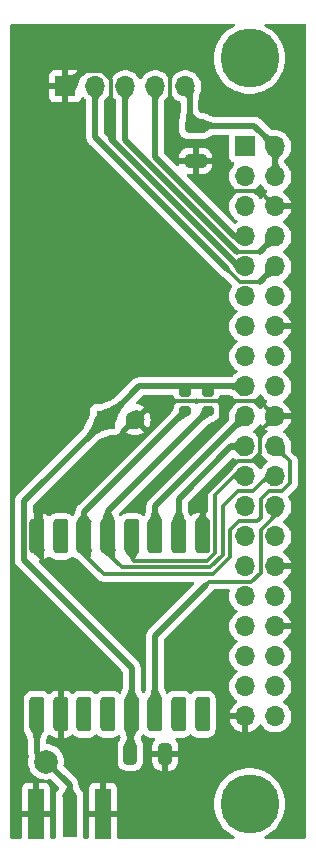
<source format=gbr>
%TF.GenerationSoftware,KiCad,Pcbnew,7.0.11-2.fc39*%
%TF.CreationDate,2024-07-01T00:46:26-07:00*%
%TF.ProjectId,george_orangepi,67656f72-6765-45f6-9f72-616e67657069,rev?*%
%TF.SameCoordinates,PX93d1cc0PY4d3f640*%
%TF.FileFunction,Copper,L1,Top*%
%TF.FilePolarity,Positive*%
%FSLAX46Y46*%
G04 Gerber Fmt 4.6, Leading zero omitted, Abs format (unit mm)*
G04 Created by KiCad (PCBNEW 7.0.11-2.fc39) date 2024-07-01 00:46:26*
%MOMM*%
%LPD*%
G01*
G04 APERTURE LIST*
G04 Aperture macros list*
%AMRoundRect*
0 Rectangle with rounded corners*
0 $1 Rounding radius*
0 $2 $3 $4 $5 $6 $7 $8 $9 X,Y pos of 4 corners*
0 Add a 4 corners polygon primitive as box body*
4,1,4,$2,$3,$4,$5,$6,$7,$8,$9,$2,$3,0*
0 Add four circle primitives for the rounded corners*
1,1,$1+$1,$2,$3*
1,1,$1+$1,$4,$5*
1,1,$1+$1,$6,$7*
1,1,$1+$1,$8,$9*
0 Add four rect primitives between the rounded corners*
20,1,$1+$1,$2,$3,$4,$5,0*
20,1,$1+$1,$4,$5,$6,$7,0*
20,1,$1+$1,$6,$7,$8,$9,0*
20,1,$1+$1,$8,$9,$2,$3,0*%
G04 Aperture macros list end*
%TA.AperFunction,ComponentPad*%
%ADD10C,2.000000*%
%TD*%
%TA.AperFunction,SMDPad,CuDef*%
%ADD11RoundRect,0.250000X-0.325000X-0.650000X0.325000X-0.650000X0.325000X0.650000X-0.325000X0.650000X0*%
%TD*%
%TA.AperFunction,SMDPad,CuDef*%
%ADD12RoundRect,0.200000X-0.275000X0.200000X-0.275000X-0.200000X0.275000X-0.200000X0.275000X0.200000X0*%
%TD*%
%TA.AperFunction,SMDPad,CuDef*%
%ADD13RoundRect,0.317500X-0.317500X1.157500X-0.317500X-1.157500X0.317500X-1.157500X0.317500X1.157500X0*%
%TD*%
%TA.AperFunction,ComponentPad*%
%ADD14R,1.700000X1.700000*%
%TD*%
%TA.AperFunction,ComponentPad*%
%ADD15O,1.700000X1.700000*%
%TD*%
%TA.AperFunction,SMDPad,CuDef*%
%ADD16R,1.270000X3.600000*%
%TD*%
%TA.AperFunction,SMDPad,CuDef*%
%ADD17R,1.350000X4.200000*%
%TD*%
%TA.AperFunction,SMDPad,CuDef*%
%ADD18RoundRect,0.250000X-0.650000X0.325000X-0.650000X-0.325000X0.650000X-0.325000X0.650000X0.325000X0*%
%TD*%
%TA.AperFunction,ComponentPad*%
%ADD19C,1.600000*%
%TD*%
%TA.AperFunction,ComponentPad*%
%ADD20R,1.600000X1.600000*%
%TD*%
%TA.AperFunction,ViaPad*%
%ADD21C,5.000000*%
%TD*%
%TA.AperFunction,Conductor*%
%ADD22C,0.500000*%
%TD*%
%TA.AperFunction,Conductor*%
%ADD23C,0.300000*%
%TD*%
G04 APERTURE END LIST*
D10*
%TO.P,TP1,1,1*%
%TO.N,Net-(J2-In)*%
X3000000Y-62500000D03*
%TD*%
D11*
%TO.P,C2,1*%
%TO.N,+3V3*%
X10150000Y-61835000D03*
%TO.P,C2,2*%
%TO.N,GND*%
X13100000Y-61835000D03*
%TD*%
D12*
%TO.P,R2,1*%
%TO.N,+3V3*%
X16705000Y-31165000D03*
%TO.P,R2,2*%
%TO.N,/SPI0_CS0*%
X16705000Y-32815000D03*
%TD*%
%TO.P,R1,1*%
%TO.N,+3V3*%
X14800000Y-31165000D03*
%TO.P,R1,2*%
%TO.N,/RESET*%
X14800000Y-32815000D03*
%TD*%
D13*
%TO.P,U2,16,DIO2*%
%TO.N,unconnected-(U2-DIO2-Pad16)*%
X16260000Y-58470000D03*
%TO.P,U2,15,DIO1*%
%TO.N,unconnected-(U2-DIO1-Pad15)*%
X14260000Y-58470000D03*
%TO.P,U2,14,DIO0*%
%TO.N,/IRQ*%
X12260000Y-58470000D03*
%TO.P,U2,13,3.3V*%
%TO.N,+3V3*%
X10260000Y-58470000D03*
%TO.P,U2,12,DIO4*%
%TO.N,unconnected-(U2-DIO4-Pad12)*%
X8260000Y-58470000D03*
%TO.P,U2,11,DIO3*%
%TO.N,unconnected-(U2-DIO3-Pad11)*%
X6260000Y-58470000D03*
%TO.P,U2,10,GND*%
%TO.N,GND*%
X4260000Y-58470000D03*
%TO.P,U2,9,ANT*%
%TO.N,Net-(J2-In)*%
X2260000Y-58470000D03*
%TO.P,U2,8,GND*%
%TO.N,GND*%
X2260000Y-43420000D03*
%TO.P,U2,7,DIO5*%
%TO.N,unconnected-(U2-DIO5-Pad7)*%
X4260000Y-43420000D03*
%TO.P,U2,6,RESET*%
%TO.N,/RESET*%
X6260000Y-43420000D03*
%TO.P,U2,5,NSS*%
%TO.N,/SPI0_CS0*%
X8260000Y-43420000D03*
%TO.P,U2,4,SCK*%
%TO.N,/SPI0_CLK*%
X10260000Y-43420000D03*
%TO.P,U2,3,MOSI*%
%TO.N,/SPI0_MOSI*%
X12260000Y-43420000D03*
%TO.P,U2,2,MISO*%
%TO.N,/SPI0_MISO*%
X14260000Y-43420000D03*
%TO.P,U2,1,GND*%
%TO.N,GND*%
X16260000Y-43420000D03*
%TD*%
D14*
%TO.P,J4,1,Pin_1*%
%TO.N,GND*%
X4640000Y-5320000D03*
D15*
%TO.P,J4,2,Pin_2*%
%TO.N,/U_RX*%
X7180000Y-5320000D03*
%TO.P,J4,3,Pin_3*%
%TO.N,/U_TX*%
X9720000Y-5320000D03*
%TO.P,J4,4,Pin_4*%
%TO.N,/PPS_IN*%
X12260000Y-5320000D03*
%TO.P,J4,5,Pin_5*%
%TO.N,+5V*%
X14800000Y-5320000D03*
%TD*%
D16*
%TO.P,J2,1,In*%
%TO.N,Net-(J2-In)*%
X5000000Y-67087500D03*
D17*
%TO.P,J2,2,Ext*%
%TO.N,GND*%
X7825000Y-66887500D03*
X2175000Y-66887500D03*
%TD*%
D18*
%TO.P,C3,2*%
%TO.N,GND*%
X15668000Y-11635000D03*
%TO.P,C3,1*%
%TO.N,+5V*%
X15668000Y-8685000D03*
%TD*%
D19*
%TO.P,C1,2*%
%TO.N,GND*%
X10548000Y-33528000D03*
D20*
%TO.P,C1,1*%
%TO.N,+3V3*%
X8048000Y-33528000D03*
%TD*%
D15*
%TO.P,J1,40,Pin_40*%
%TO.N,unconnected-(J1-Pin_40-Pad40)*%
X22420000Y-58660000D03*
%TO.P,J1,39,Pin_39*%
%TO.N,GND*%
X19880000Y-58660000D03*
%TO.P,J1,38,Pin_38*%
%TO.N,unconnected-(J1-Pin_38-Pad38)*%
X22420000Y-56120000D03*
%TO.P,J1,37,Pin_37*%
%TO.N,unconnected-(J1-Pin_37-Pad37)*%
X19880000Y-56120000D03*
%TO.P,J1,36,Pin_36*%
%TO.N,unconnected-(J1-Pin_36-Pad36)*%
X22420000Y-53580000D03*
%TO.P,J1,35,Pin_35*%
%TO.N,unconnected-(J1-Pin_35-Pad35)*%
X19880000Y-53580000D03*
%TO.P,J1,34,Pin_34*%
%TO.N,GND*%
X22420000Y-51040000D03*
%TO.P,J1,33,Pin_33*%
%TO.N,unconnected-(J1-Pin_33-Pad33)*%
X19880000Y-51040000D03*
%TO.P,J1,32,Pin_32*%
%TO.N,unconnected-(J1-Pin_32-Pad32)*%
X22420000Y-48500000D03*
%TO.P,J1,31,Pin_31*%
%TO.N,unconnected-(J1-Pin_31-Pad31)*%
X19880000Y-48500000D03*
%TO.P,J1,30,Pin_30*%
%TO.N,GND*%
X22420000Y-45960000D03*
%TO.P,J1,29,Pin_29*%
%TO.N,unconnected-(J1-Pin_29-Pad29)*%
X19880000Y-45960000D03*
%TO.P,J1,28,Pin_28*%
%TO.N,unconnected-(J1-Pin_28-Pad28)*%
X22420000Y-43420000D03*
%TO.P,J1,27,Pin_27*%
%TO.N,unconnected-(J1-Pin_27-Pad27)*%
X19880000Y-43420000D03*
%TO.P,J1,26,Pin_26*%
%TO.N,/IRQ*%
X22420000Y-40880000D03*
%TO.P,J1,25,Pin_25*%
%TO.N,unconnected-(J1-Pin_25-Pad25)*%
X19880000Y-40880000D03*
%TO.P,J1,24,Pin_24*%
%TO.N,/SPI0_CS0*%
X22420000Y-38340000D03*
%TO.P,J1,23,Pin_23*%
%TO.N,/SPI0_CLK*%
X19880000Y-38340000D03*
%TO.P,J1,22,Pin_22*%
%TO.N,/RESET*%
X22420000Y-35800000D03*
%TO.P,J1,21,Pin_21*%
%TO.N,/SPI0_MISO*%
X19880000Y-35800000D03*
%TO.P,J1,20,Pin_20*%
%TO.N,GND*%
X22420000Y-33260000D03*
%TO.P,J1,19,Pin_19*%
%TO.N,/SPI0_MOSI*%
X19880000Y-33260000D03*
%TO.P,J1,18,Pin_18*%
%TO.N,unconnected-(J1-Pin_18-Pad18)*%
X22420000Y-30720000D03*
%TO.P,J1,17,Pin_17*%
%TO.N,+3V3*%
X19880000Y-30720000D03*
%TO.P,J1,16,Pin_16*%
%TO.N,unconnected-(J1-Pin_16-Pad16)*%
X22420000Y-28180000D03*
%TO.P,J1,15,Pin_15*%
%TO.N,unconnected-(J1-Pin_15-Pad15)*%
X19880000Y-28180000D03*
%TO.P,J1,14,Pin_14*%
%TO.N,GND*%
X22420000Y-25640000D03*
%TO.P,J1,13,Pin_13*%
%TO.N,unconnected-(J1-Pin_13-Pad13)*%
X19880000Y-25640000D03*
%TO.P,J1,12,Pin_12*%
%TO.N,unconnected-(J1-Pin_12-Pad12)*%
X22420000Y-23100000D03*
%TO.P,J1,11,Pin_11*%
%TO.N,unconnected-(J1-Pin_11-Pad11)*%
X19880000Y-23100000D03*
%TO.P,J1,10,Pin_10*%
%TO.N,/U_RX*%
X22420000Y-20560000D03*
%TO.P,J1,9,Pin_9*%
%TO.N,GND*%
X19880000Y-20560000D03*
%TO.P,J1,8,Pin_8*%
%TO.N,/U_TX*%
X22420000Y-18020000D03*
%TO.P,J1,7,Pin_7*%
%TO.N,/PPS_IN*%
X19880000Y-18020000D03*
%TO.P,J1,6,Pin_6*%
%TO.N,GND*%
X22420000Y-15480000D03*
%TO.P,J1,5,Pin_5*%
%TO.N,unconnected-(J1-Pin_5-Pad5)*%
X19880000Y-15480000D03*
%TO.P,J1,4,Pin_4*%
%TO.N,+5V*%
X22420000Y-12940000D03*
%TO.P,J1,3,Pin_3*%
%TO.N,unconnected-(J1-Pin_3-Pad3)*%
X19880000Y-12940000D03*
%TO.P,J1,2,Pin_2*%
%TO.N,+5V*%
X22420000Y-10400000D03*
D14*
%TO.P,J1,1,Pin_1*%
%TO.N,unconnected-(J1-Pin_1-Pad1)*%
X19880000Y-10400000D03*
%TD*%
D21*
%TO.N,*%
X20240000Y-2944000D03*
X20240000Y-66060000D03*
%TD*%
D22*
%TO.N,/U_RX*%
X18294117Y-20741883D02*
X7180000Y-9627767D01*
X7180000Y-9627767D02*
X7180000Y-5320000D01*
D23*
X19396233Y-21844000D02*
X18294117Y-20741883D01*
X21136000Y-21844000D02*
X19396233Y-21844000D01*
D22*
%TO.N,GND*%
X19280299Y-20560000D02*
X8470000Y-9749701D01*
D23*
X8470000Y-9749701D02*
X8470000Y-4802233D01*
X8470000Y-4802233D02*
X7717767Y-4050000D01*
X7717767Y-4050000D02*
X5910000Y-4050000D01*
X5910000Y-4050000D02*
X4640000Y-5320000D01*
X22420000Y-15480000D02*
X21150000Y-14210000D01*
X21150000Y-14210000D02*
X18609000Y-14210000D01*
X13529000Y-6590000D02*
X13529000Y-3415000D01*
X2260000Y-43420000D02*
X2260000Y-44895000D01*
X2260000Y-44895000D02*
X6865000Y-49500000D01*
X6865000Y-49500000D02*
X10000000Y-49500000D01*
D22*
%TO.N,+3V3*%
X10150000Y-61835000D02*
X10150000Y-58580000D01*
D23*
X10150000Y-58580000D02*
X10260000Y-58470000D01*
D22*
%TO.N,/IRQ*%
X12260000Y-58470000D02*
X12260000Y-51812234D01*
D23*
X16822233Y-47250000D02*
X16536117Y-47536117D01*
X21170000Y-42902233D02*
X21170000Y-46477767D01*
X22420000Y-41652233D02*
X21170000Y-42902233D01*
D22*
X12260000Y-51812234D02*
X16536117Y-47536117D01*
D23*
X22420000Y-40880000D02*
X22420000Y-41652233D01*
X21170000Y-46477767D02*
X20397767Y-47250000D01*
X20397767Y-47250000D02*
X16822233Y-47250000D01*
D22*
%TO.N,+3V3*%
X1125000Y-45400000D02*
X1225000Y-45500000D01*
X1125000Y-40451000D02*
X1125000Y-45400000D01*
X8048000Y-33528000D02*
X1125000Y-40451000D01*
X10260000Y-58470000D02*
X10260000Y-54535000D01*
X10260000Y-54535000D02*
X1225000Y-45500000D01*
D23*
%TO.N,/RESET*%
X23690000Y-38877767D02*
X23690000Y-37070000D01*
X19350000Y-42150000D02*
X20850000Y-42150000D01*
X22957767Y-39610000D02*
X23690000Y-38877767D01*
X18600000Y-42900000D02*
X19350000Y-42150000D01*
X21170000Y-40293617D02*
X21853617Y-39610000D01*
X20850000Y-42150000D02*
X21170000Y-41830000D01*
X23690000Y-37070000D02*
X22420000Y-35800000D01*
X18600000Y-45125333D02*
X18600000Y-42900000D01*
X17125333Y-46600000D02*
X18600000Y-45125333D01*
X7895000Y-46600000D02*
X17125333Y-46600000D01*
X21853617Y-39610000D02*
X22957767Y-39610000D01*
X6260000Y-44965000D02*
X7895000Y-46600000D01*
X21170000Y-41830000D02*
X21170000Y-40293617D01*
X6260000Y-43420000D02*
X6260000Y-44965000D01*
D22*
%TO.N,/SPI0_CS0*%
X16705000Y-32815000D02*
X8260000Y-41260000D01*
X8260000Y-41260000D02*
X8260000Y-43420000D01*
%TO.N,/RESET*%
X14800000Y-32815000D02*
X6260000Y-41355000D01*
X6260000Y-41355000D02*
X6260000Y-43420000D01*
D23*
%TO.N,GND*%
X22420000Y-33260000D02*
X21150000Y-31990000D01*
X21150000Y-31990000D02*
X12086000Y-31990000D01*
X12086000Y-31990000D02*
X10548000Y-33528000D01*
%TO.N,/SPI0_CS0*%
X22420000Y-38340000D02*
X21785000Y-38340000D01*
X21785000Y-38340000D02*
X20535000Y-39590000D01*
X20535000Y-39590000D02*
X19265000Y-39590000D01*
X19265000Y-39590000D02*
X17975000Y-40880000D01*
X17975000Y-40880000D02*
X17975000Y-44972515D01*
X17975000Y-44972515D02*
X16897515Y-46050000D01*
X16897515Y-46050000D02*
X9415000Y-46050000D01*
X9415000Y-46050000D02*
X8260000Y-44895000D01*
X8260000Y-44895000D02*
X8260000Y-43420000D01*
%TO.N,/SPI0_CLK*%
X19880000Y-38340000D02*
X18890051Y-38340000D01*
X18890051Y-38340000D02*
X17340000Y-39890051D01*
X10500000Y-45500000D02*
X10260000Y-45260000D01*
X10260000Y-45260000D02*
X10260000Y-43420000D01*
X17340000Y-39890051D02*
X17340000Y-44829698D01*
X17340000Y-44829698D02*
X16669698Y-45500000D01*
X16669698Y-45500000D02*
X10500000Y-45500000D01*
%TO.N,GND*%
X22420000Y-33260000D02*
X21150000Y-34530000D01*
X21150000Y-34530000D02*
X21150000Y-36337767D01*
X21150000Y-36337767D02*
X20417767Y-37070000D01*
X16260000Y-40055000D02*
X16260000Y-43420000D01*
X20417767Y-37070000D02*
X19245000Y-37070000D01*
X19245000Y-37070000D02*
X16260000Y-40055000D01*
X10548000Y-33528000D02*
X2260000Y-41816000D01*
X2260000Y-41816000D02*
X2260000Y-43420000D01*
D22*
%TO.N,+3V3*%
X19880000Y-30720000D02*
X10856000Y-30720000D01*
X10856000Y-30720000D02*
X8048000Y-33528000D01*
%TO.N,/SPI0_MISO*%
X19880000Y-35800000D02*
X18677919Y-35800000D01*
X18677919Y-35800000D02*
X14260000Y-40217919D01*
X14260000Y-40217919D02*
X14260000Y-43420000D01*
%TO.N,/SPI0_MOSI*%
X19880000Y-33260000D02*
X12260000Y-40880000D01*
X12260000Y-40880000D02*
X12260000Y-43420000D01*
D23*
%TO.N,GND*%
X19880000Y-20560000D02*
X19280299Y-20560000D01*
D22*
%TO.N,/U_TX*%
X22420000Y-18020000D02*
X21136000Y-19304000D01*
D23*
X21136000Y-19304000D02*
X19175208Y-19304000D01*
D22*
X19175208Y-19304000D02*
X9720000Y-9848792D01*
X9720000Y-9848792D02*
X9720000Y-5320000D01*
D23*
%TO.N,/PPS_IN*%
X19880000Y-18020000D02*
X18956000Y-18020000D01*
D22*
X18956000Y-18020000D02*
X12260000Y-11324000D01*
X12260000Y-11324000D02*
X12260000Y-5320000D01*
%TO.N,+5V*%
X20607000Y-8636000D02*
X15668000Y-8636000D01*
%TO.N,Net-(J2-In)*%
X5000000Y-67087500D02*
X5000000Y-64457250D01*
X5000000Y-64457250D02*
X2260000Y-61717250D01*
X2260000Y-61717250D02*
X2260000Y-58470000D01*
%TO.N,+5V*%
X22420000Y-10400000D02*
X20656000Y-8636000D01*
D23*
X15209000Y-8636000D02*
X15160000Y-8685000D01*
D22*
X15160000Y-8685000D02*
X15160000Y-5680000D01*
D23*
X15160000Y-5680000D02*
X14800000Y-5320000D01*
D22*
X22420000Y-12940000D02*
X22420000Y-10400000D01*
%TO.N,/U_RX*%
X22420000Y-20560000D02*
X21136000Y-21844000D01*
%TD*%
%TA.AperFunction,Conductor*%
%TO.N,GND*%
G36*
X3349889Y-45160449D02*
G01*
X3350154Y-45160185D01*
X3351182Y-45161213D01*
X3351752Y-45161550D01*
X3353274Y-45163305D01*
X3354981Y-45165012D01*
X3495017Y-45277576D01*
X3495019Y-45277577D01*
X3655977Y-45357405D01*
X3830332Y-45400765D01*
X3840415Y-45401448D01*
X3870657Y-45403500D01*
X3870666Y-45403500D01*
X4649343Y-45403500D01*
X4675263Y-45401741D01*
X4689668Y-45400765D01*
X4864023Y-45357405D01*
X5024981Y-45277577D01*
X5165015Y-45165015D01*
X5165016Y-45165013D01*
X5165018Y-45165012D01*
X5169846Y-45160185D01*
X5171754Y-45162093D01*
X5220038Y-45128467D01*
X5290986Y-45125831D01*
X5349753Y-45160585D01*
X5350154Y-45160185D01*
X5351714Y-45161745D01*
X5352096Y-45161971D01*
X5353107Y-45163138D01*
X5354981Y-45165012D01*
X5495017Y-45277576D01*
X5495019Y-45277577D01*
X5655977Y-45357405D01*
X5703179Y-45369143D01*
X5764457Y-45404992D01*
X5774707Y-45417358D01*
X5776159Y-45419357D01*
X5811751Y-45448801D01*
X5820531Y-45456791D01*
X6141351Y-45777611D01*
X6149886Y-45787055D01*
X6158606Y-45797743D01*
X6159642Y-45798929D01*
X6203073Y-45840670D01*
X6229394Y-45865966D01*
X6229362Y-45865999D01*
X6232341Y-45868601D01*
X7368125Y-47004385D01*
X7378338Y-47017131D01*
X7378531Y-47016972D01*
X7383583Y-47023079D01*
X7383584Y-47023080D01*
X7435257Y-47071604D01*
X7438099Y-47074359D01*
X7458667Y-47094927D01*
X7461958Y-47097480D01*
X7462171Y-47097645D01*
X7471198Y-47105355D01*
X7504867Y-47136972D01*
X7523669Y-47147308D01*
X7540175Y-47158151D01*
X7557132Y-47171304D01*
X7557133Y-47171304D01*
X7557134Y-47171305D01*
X7599533Y-47189653D01*
X7610181Y-47194869D01*
X7650663Y-47217124D01*
X7664950Y-47220792D01*
X7671429Y-47222456D01*
X7690132Y-47228859D01*
X7694886Y-47230916D01*
X7709823Y-47237380D01*
X7755455Y-47244607D01*
X7767072Y-47247013D01*
X7811811Y-47258500D01*
X7811812Y-47258500D01*
X7833258Y-47258500D01*
X7852967Y-47260051D01*
X7857507Y-47260769D01*
X7874152Y-47263406D01*
X7920140Y-47259058D01*
X7931996Y-47258500D01*
X15436863Y-47258500D01*
X15504984Y-47278502D01*
X15551477Y-47332158D01*
X15561581Y-47402432D01*
X15532087Y-47467012D01*
X15525958Y-47473595D01*
X11769225Y-51230326D01*
X11755376Y-51242296D01*
X11735943Y-51256763D01*
X11703771Y-51295104D01*
X11696360Y-51303192D01*
X11692420Y-51307132D01*
X11692414Y-51307139D01*
X11672997Y-51331694D01*
X11670689Y-51334528D01*
X11621964Y-51392598D01*
X11617935Y-51398725D01*
X11617880Y-51398689D01*
X11613825Y-51405054D01*
X11613882Y-51405089D01*
X11610030Y-51411332D01*
X11577996Y-51480028D01*
X11576401Y-51483321D01*
X11542394Y-51551039D01*
X11539882Y-51557941D01*
X11539820Y-51557918D01*
X11537343Y-51565044D01*
X11537404Y-51565065D01*
X11535096Y-51572029D01*
X11519759Y-51646298D01*
X11518967Y-51649871D01*
X11501500Y-51723574D01*
X11500648Y-51730868D01*
X11500581Y-51730860D01*
X11499814Y-51738360D01*
X11499881Y-51738366D01*
X11499241Y-51745676D01*
X11501447Y-51821492D01*
X11501500Y-51825156D01*
X11501500Y-56239608D01*
X11494802Y-56280144D01*
X11455406Y-56396091D01*
X11453839Y-56400438D01*
X11391027Y-56565202D01*
X11388866Y-56570505D01*
X11375573Y-56601118D01*
X11330094Y-56655635D01*
X11262360Y-56676910D01*
X11193876Y-56658188D01*
X11146386Y-56605413D01*
X11144426Y-56601119D01*
X11131135Y-56570512D01*
X11128985Y-56565240D01*
X11066145Y-56400404D01*
X11064592Y-56396091D01*
X11025198Y-56280145D01*
X11018500Y-56239611D01*
X11018500Y-54599441D01*
X11019830Y-54581182D01*
X11020940Y-54573600D01*
X11023341Y-54557211D01*
X11018979Y-54507352D01*
X11018500Y-54496372D01*
X11018500Y-54490813D01*
X11014866Y-54459734D01*
X11014496Y-54456122D01*
X11007887Y-54380574D01*
X11007885Y-54380570D01*
X11006403Y-54373388D01*
X11006469Y-54373374D01*
X11004837Y-54366012D01*
X11004772Y-54366028D01*
X11003081Y-54358893D01*
X11003079Y-54358887D01*
X10977139Y-54287620D01*
X10975952Y-54284203D01*
X10966497Y-54255669D01*
X10952114Y-54212262D01*
X10952109Y-54212255D01*
X10949012Y-54205611D01*
X10949074Y-54205581D01*
X10945788Y-54198795D01*
X10945728Y-54198826D01*
X10942433Y-54192265D01*
X10900782Y-54128939D01*
X10898812Y-54125846D01*
X10859032Y-54061351D01*
X10854478Y-54055592D01*
X10854531Y-54055549D01*
X10849766Y-54049700D01*
X10849715Y-54049744D01*
X10844998Y-54044122D01*
X10789826Y-53992070D01*
X10787197Y-53989516D01*
X2415776Y-45618095D01*
X2381750Y-45555783D01*
X2386815Y-45484968D01*
X2429362Y-45428132D01*
X2495882Y-45403321D01*
X2504871Y-45403000D01*
X2649293Y-45403000D01*
X2689594Y-45400266D01*
X2689601Y-45400265D01*
X2863848Y-45356932D01*
X3024704Y-45277156D01*
X3024713Y-45277150D01*
X3164662Y-45164656D01*
X3169490Y-45159829D01*
X3171391Y-45161730D01*
X3219687Y-45128078D01*
X3290634Y-45125425D01*
X3349889Y-45160449D01*
G37*
%TD.AperFunction*%
%TA.AperFunction,Conductor*%
G36*
X13793674Y-31498502D02*
G01*
X13840167Y-31552158D01*
X13845848Y-31567015D01*
X13874170Y-31657908D01*
X13874172Y-31657911D01*
X13874173Y-31657913D01*
X13946998Y-31778380D01*
X13963184Y-31805155D01*
X13963188Y-31805160D01*
X14058933Y-31900905D01*
X14092959Y-31963217D01*
X14087894Y-32034032D01*
X14058933Y-32079095D01*
X13963188Y-32174839D01*
X13963184Y-32174844D01*
X13874172Y-32322088D01*
X13874170Y-32322093D01*
X13822986Y-32486353D01*
X13816498Y-32557754D01*
X13816486Y-32558028D01*
X13816468Y-32558089D01*
X13816242Y-32560577D01*
X13815750Y-32560532D01*
X13799579Y-32615561D01*
X13743913Y-32711427D01*
X13741718Y-32715065D01*
X13682643Y-32809331D01*
X13680041Y-32813313D01*
X13623278Y-32896719D01*
X13620175Y-32901077D01*
X13564245Y-32976193D01*
X13552278Y-32990039D01*
X5769225Y-40773092D01*
X5755376Y-40785062D01*
X5735943Y-40799529D01*
X5703771Y-40837870D01*
X5696360Y-40845958D01*
X5692420Y-40849898D01*
X5692414Y-40849905D01*
X5672997Y-40874460D01*
X5670689Y-40877294D01*
X5621964Y-40935364D01*
X5617935Y-40941491D01*
X5617880Y-40941455D01*
X5613825Y-40947820D01*
X5613882Y-40947855D01*
X5610030Y-40954098D01*
X5577996Y-41022794D01*
X5576401Y-41026087D01*
X5542394Y-41093805D01*
X5539882Y-41100707D01*
X5539820Y-41100684D01*
X5537343Y-41107810D01*
X5537404Y-41107831D01*
X5535096Y-41114795D01*
X5519759Y-41189064D01*
X5518967Y-41192637D01*
X5501500Y-41266340D01*
X5500648Y-41273634D01*
X5500580Y-41273626D01*
X5499814Y-41281126D01*
X5499881Y-41281132D01*
X5498602Y-41295751D01*
X5496441Y-41295561D01*
X5489268Y-41333647D01*
X5460235Y-41402829D01*
X5458154Y-41407518D01*
X5377187Y-41580374D01*
X5374416Y-41585928D01*
X5350175Y-41631670D01*
X5300604Y-41682494D01*
X5231423Y-41698450D01*
X5164599Y-41674472D01*
X5159903Y-41670875D01*
X5024982Y-41562423D01*
X5024980Y-41562422D01*
X4864023Y-41482595D01*
X4689664Y-41439234D01*
X4649343Y-41436500D01*
X4649334Y-41436500D01*
X3870666Y-41436500D01*
X3870657Y-41436500D01*
X3830336Y-41439234D01*
X3830333Y-41439234D01*
X3655976Y-41482595D01*
X3495019Y-41562422D01*
X3495017Y-41562423D01*
X3354981Y-41674987D01*
X3350154Y-41679815D01*
X3348361Y-41678022D01*
X3299547Y-41711962D01*
X3228597Y-41714542D01*
X3169895Y-41679765D01*
X3169490Y-41680171D01*
X3167905Y-41678586D01*
X3167515Y-41678355D01*
X3166488Y-41677169D01*
X3164662Y-41675343D01*
X3024713Y-41562849D01*
X3024704Y-41562843D01*
X2863848Y-41483067D01*
X2689601Y-41439734D01*
X2689594Y-41439733D01*
X2649293Y-41437000D01*
X2514000Y-41437000D01*
X2514000Y-43548000D01*
X2493998Y-43616121D01*
X2440342Y-43662614D01*
X2388000Y-43674000D01*
X2132000Y-43674000D01*
X2063879Y-43653998D01*
X2017386Y-43600342D01*
X2006000Y-43548000D01*
X2006000Y-41436999D01*
X2004546Y-41435545D01*
X1941379Y-41416998D01*
X1894886Y-41363342D01*
X1883500Y-41311000D01*
X1883500Y-40817370D01*
X1903502Y-40749249D01*
X1920400Y-40728280D01*
X7159422Y-35489257D01*
X7175872Y-35475404D01*
X7439255Y-35289603D01*
X7447237Y-35284416D01*
X7707390Y-35129128D01*
X7716632Y-35124126D01*
X7970357Y-35000213D01*
X7980881Y-34995656D01*
X8228336Y-34901662D01*
X8240047Y-34897860D01*
X8390712Y-34856984D01*
X8450014Y-34840896D01*
X8483005Y-34836500D01*
X8896632Y-34836500D01*
X8896638Y-34836500D01*
X8896645Y-34836499D01*
X8896649Y-34836499D01*
X8957196Y-34829990D01*
X8957199Y-34829989D01*
X8957201Y-34829989D01*
X9094204Y-34778889D01*
X9117018Y-34761811D01*
X9211261Y-34691261D01*
X9298887Y-34574207D01*
X9298887Y-34574206D01*
X9298889Y-34574204D01*
X9349989Y-34437201D01*
X9351957Y-34418902D01*
X9356861Y-34373283D01*
X9357908Y-34373395D01*
X9380056Y-34310567D01*
X9436113Y-34267000D01*
X9452106Y-34264682D01*
X10149272Y-33567516D01*
X10162835Y-33653148D01*
X10220359Y-33766045D01*
X10309955Y-33855641D01*
X10422852Y-33913165D01*
X10508482Y-33926727D01*
X9820110Y-34615098D01*
X9820110Y-34615100D01*
X9891498Y-34665086D01*
X10098926Y-34761811D01*
X10098931Y-34761813D01*
X10319999Y-34821048D01*
X10319995Y-34821048D01*
X10548000Y-34840995D01*
X10776002Y-34821048D01*
X10997068Y-34761813D01*
X10997073Y-34761811D01*
X11204497Y-34665088D01*
X11275888Y-34615099D01*
X11275888Y-34615097D01*
X10587518Y-33926727D01*
X10673148Y-33913165D01*
X10786045Y-33855641D01*
X10875641Y-33766045D01*
X10933165Y-33653148D01*
X10946727Y-33567518D01*
X11635097Y-34255888D01*
X11635099Y-34255888D01*
X11685088Y-34184497D01*
X11781811Y-33977073D01*
X11781813Y-33977068D01*
X11841048Y-33756002D01*
X11860995Y-33528000D01*
X11841048Y-33299997D01*
X11781813Y-33078931D01*
X11781811Y-33078926D01*
X11685086Y-32871498D01*
X11635100Y-32800110D01*
X11635098Y-32800110D01*
X10946727Y-33488481D01*
X10933165Y-33402852D01*
X10875641Y-33289955D01*
X10786045Y-33200359D01*
X10673148Y-33142835D01*
X10587516Y-33129272D01*
X11275888Y-32440899D01*
X11275888Y-32440898D01*
X11204501Y-32390913D01*
X10997073Y-32294188D01*
X10997068Y-32294186D01*
X10776000Y-32234951D01*
X10776004Y-32234951D01*
X10712053Y-32229357D01*
X10645934Y-32203494D01*
X10604295Y-32145990D01*
X10600354Y-32075103D01*
X10633937Y-32014743D01*
X11133277Y-31515404D01*
X11195589Y-31481379D01*
X11222372Y-31478500D01*
X13725553Y-31478500D01*
X13793674Y-31498502D01*
G37*
%TD.AperFunction*%
%TA.AperFunction,Conductor*%
G36*
X18895647Y-36759116D02*
G01*
X18941568Y-36788942D01*
X18965528Y-36813370D01*
X19015878Y-36858361D01*
X19015899Y-36858380D01*
X19017558Y-36859676D01*
X19018307Y-36860261D01*
X19074046Y-36898209D01*
X19088177Y-36906527D01*
X19101646Y-36915677D01*
X19127828Y-36936055D01*
X19134424Y-36941189D01*
X19167680Y-36959186D01*
X19218071Y-37009200D01*
X19233423Y-37078516D01*
X19208862Y-37145129D01*
X19167680Y-37180813D01*
X19134426Y-37198810D01*
X19134416Y-37198816D01*
X18956766Y-37337088D01*
X18956757Y-37337096D01*
X18934355Y-37361430D01*
X18917175Y-37376950D01*
X18907600Y-37384118D01*
X18907593Y-37384124D01*
X18287696Y-38004022D01*
X18250944Y-38044940D01*
X18248563Y-38048181D01*
X18236124Y-38062665D01*
X16935611Y-39363178D01*
X16922865Y-39373391D01*
X16923025Y-39373584D01*
X16916920Y-39378634D01*
X16868395Y-39430307D01*
X16865643Y-39433147D01*
X16845074Y-39453716D01*
X16845073Y-39453718D01*
X16842344Y-39457235D01*
X16834650Y-39466242D01*
X16803029Y-39499916D01*
X16803027Y-39499918D01*
X16792691Y-39518718D01*
X16781843Y-39535231D01*
X16768699Y-39552177D01*
X16768694Y-39552186D01*
X16750350Y-39594575D01*
X16745131Y-39605229D01*
X16722877Y-39645712D01*
X16722873Y-39645721D01*
X16717541Y-39666487D01*
X16711139Y-39685187D01*
X16702620Y-39704871D01*
X16702620Y-39704874D01*
X16695393Y-39750503D01*
X16692986Y-39762123D01*
X16681500Y-39806861D01*
X16681500Y-39828309D01*
X16679949Y-39848018D01*
X16676612Y-39869092D01*
X16676594Y-39869203D01*
X16679082Y-39895529D01*
X16680941Y-39915189D01*
X16681500Y-39927047D01*
X16681500Y-41311000D01*
X16661498Y-41379121D01*
X16607842Y-41425614D01*
X16555500Y-41437000D01*
X16514000Y-41437000D01*
X16514000Y-43548000D01*
X16493998Y-43616121D01*
X16440342Y-43662614D01*
X16388000Y-43674000D01*
X16132000Y-43674000D01*
X16063879Y-43653998D01*
X16017386Y-43600342D01*
X16006000Y-43548000D01*
X16006000Y-41437000D01*
X15870707Y-41437000D01*
X15830405Y-41439733D01*
X15830398Y-41439734D01*
X15656151Y-41483067D01*
X15495295Y-41562843D01*
X15495292Y-41562845D01*
X15367710Y-41665398D01*
X15302084Y-41692486D01*
X15232231Y-41679794D01*
X15180329Y-41631351D01*
X15173196Y-41617377D01*
X15134730Y-41528793D01*
X15131129Y-41520501D01*
X15128985Y-41515240D01*
X15066145Y-41350404D01*
X15064592Y-41346091D01*
X15025198Y-41230145D01*
X15018500Y-41189611D01*
X15018500Y-40584288D01*
X15038502Y-40516167D01*
X15055400Y-40495198D01*
X18762522Y-36788075D01*
X18824832Y-36754051D01*
X18895647Y-36759116D01*
G37*
%TD.AperFunction*%
%TA.AperFunction,Conductor*%
G36*
X18627763Y-31479968D02*
G01*
X18697630Y-31490732D01*
X18761910Y-31520873D01*
X18772924Y-31531899D01*
X18808620Y-31572355D01*
X18817242Y-31581883D01*
X18817653Y-31582326D01*
X18827390Y-31592531D01*
X18965528Y-31733370D01*
X19015878Y-31778361D01*
X19015899Y-31778380D01*
X19017558Y-31779676D01*
X19018307Y-31780261D01*
X19074046Y-31818209D01*
X19088177Y-31826527D01*
X19101646Y-31835677D01*
X19134416Y-31861183D01*
X19134424Y-31861189D01*
X19167680Y-31879186D01*
X19218071Y-31929200D01*
X19233423Y-31998516D01*
X19208862Y-32065129D01*
X19167680Y-32100813D01*
X19134426Y-32118810D01*
X19134424Y-32118811D01*
X18956762Y-32257091D01*
X18804279Y-32422729D01*
X18804275Y-32422734D01*
X18681141Y-32611206D01*
X18590703Y-32817385D01*
X18535436Y-33035627D01*
X18535435Y-33035632D01*
X18534838Y-33042841D01*
X18533058Y-33055928D01*
X18520961Y-33119648D01*
X18520590Y-33122684D01*
X18516808Y-33190068D01*
X18517361Y-33247250D01*
X18516938Y-33258854D01*
X18516844Y-33259990D01*
X18516844Y-33260010D01*
X18517190Y-33264190D01*
X18517614Y-33273364D01*
X18517949Y-33307906D01*
X18518718Y-33387275D01*
X18519005Y-33400160D01*
X18519006Y-33400197D01*
X18519024Y-33400736D01*
X18519711Y-33414848D01*
X18523077Y-33468721D01*
X18507361Y-33537957D01*
X18498946Y-33551067D01*
X18457147Y-33608093D01*
X18444618Y-33622699D01*
X11769225Y-40298092D01*
X11755376Y-40310062D01*
X11735943Y-40324529D01*
X11703771Y-40362870D01*
X11696360Y-40370958D01*
X11692420Y-40374898D01*
X11692414Y-40374905D01*
X11672997Y-40399460D01*
X11670689Y-40402294D01*
X11621964Y-40460364D01*
X11617935Y-40466491D01*
X11617880Y-40466455D01*
X11613825Y-40472820D01*
X11613882Y-40472855D01*
X11610030Y-40479098D01*
X11577996Y-40547794D01*
X11576401Y-40551087D01*
X11542394Y-40618805D01*
X11539882Y-40625707D01*
X11539820Y-40625684D01*
X11537343Y-40632810D01*
X11537404Y-40632831D01*
X11535096Y-40639795D01*
X11519759Y-40714064D01*
X11518967Y-40717637D01*
X11501500Y-40791340D01*
X11500648Y-40798634D01*
X11500581Y-40798626D01*
X11499814Y-40806126D01*
X11499881Y-40806132D01*
X11499241Y-40813442D01*
X11501447Y-40889258D01*
X11501500Y-40892922D01*
X11501500Y-41189608D01*
X11494802Y-41230144D01*
X11455406Y-41346091D01*
X11453839Y-41350438D01*
X11391027Y-41515202D01*
X11388867Y-41520504D01*
X11347010Y-41616900D01*
X11301531Y-41671417D01*
X11233797Y-41692693D01*
X11165313Y-41673971D01*
X11152495Y-41664921D01*
X11024982Y-41562423D01*
X11024980Y-41562422D01*
X10864023Y-41482595D01*
X10689664Y-41439234D01*
X10649343Y-41436500D01*
X10649334Y-41436500D01*
X9870666Y-41436500D01*
X9870657Y-41436500D01*
X9830336Y-41439234D01*
X9830333Y-41439234D01*
X9655976Y-41482595D01*
X9495019Y-41562422D01*
X9495018Y-41562423D01*
X9367502Y-41664922D01*
X9301877Y-41692010D01*
X9232024Y-41679317D01*
X9180122Y-41630875D01*
X9172988Y-41616899D01*
X9147433Y-41558045D01*
X9138649Y-41487594D01*
X9169348Y-41423577D01*
X9173894Y-41418785D01*
X16536259Y-34056420D01*
X16555499Y-34041440D01*
X16555207Y-34041022D01*
X16558888Y-34038451D01*
X16558900Y-34038444D01*
X16668510Y-33949643D01*
X16672803Y-33946317D01*
X16778270Y-33868255D01*
X16783014Y-33864912D01*
X16886084Y-33795835D01*
X16891272Y-33792542D01*
X16976461Y-33741409D01*
X17034437Y-33723922D01*
X17034422Y-33723757D01*
X17035230Y-33723683D01*
X17035594Y-33723574D01*
X17037231Y-33723499D01*
X17037264Y-33723499D01*
X17108649Y-33717013D01*
X17272913Y-33665827D01*
X17420155Y-33576816D01*
X17541816Y-33455155D01*
X17630827Y-33307913D01*
X17682013Y-33143649D01*
X17688500Y-33072265D01*
X17688499Y-32557736D01*
X17682013Y-32486351D01*
X17630827Y-32322087D01*
X17541816Y-32174845D01*
X17541815Y-32174844D01*
X17541811Y-32174839D01*
X17446067Y-32079095D01*
X17412041Y-32016783D01*
X17417106Y-31945968D01*
X17446067Y-31900905D01*
X17541811Y-31805160D01*
X17541816Y-31805155D01*
X17630827Y-31657913D01*
X17630829Y-31657908D01*
X17659152Y-31567015D01*
X17698514Y-31507929D01*
X17763572Y-31479504D01*
X17779447Y-31478500D01*
X18608579Y-31478500D01*
X18627763Y-31479968D01*
G37*
%TD.AperFunction*%
%TA.AperFunction,Conductor*%
G36*
X21233225Y-36475669D02*
G01*
X21255480Y-36501353D01*
X21288607Y-36552058D01*
X21344275Y-36637265D01*
X21344279Y-36637270D01*
X21496762Y-36802908D01*
X21510196Y-36813364D01*
X21674424Y-36941189D01*
X21707680Y-36959186D01*
X21758071Y-37009200D01*
X21773423Y-37078516D01*
X21748862Y-37145129D01*
X21707680Y-37180813D01*
X21674426Y-37198810D01*
X21674424Y-37198811D01*
X21496762Y-37337091D01*
X21344279Y-37502729D01*
X21255483Y-37638643D01*
X21201479Y-37684731D01*
X21131131Y-37694306D01*
X21066774Y-37664329D01*
X21044517Y-37638643D01*
X20955720Y-37502729D01*
X20803237Y-37337091D01*
X20721382Y-37273381D01*
X20625576Y-37198811D01*
X20592319Y-37180813D01*
X20541929Y-37130802D01*
X20526576Y-37061485D01*
X20551136Y-36994872D01*
X20592320Y-36959186D01*
X20625576Y-36941189D01*
X20803240Y-36802906D01*
X20955722Y-36637268D01*
X21044518Y-36501354D01*
X21098520Y-36455268D01*
X21168868Y-36445692D01*
X21233225Y-36475669D01*
G37*
%TD.AperFunction*%
%TA.AperFunction,Conductor*%
G36*
X21233524Y-33935212D02*
G01*
X21255782Y-33960898D01*
X21344674Y-34096958D01*
X21497097Y-34262534D01*
X21674698Y-34400767D01*
X21674704Y-34400771D01*
X21708207Y-34418902D01*
X21758597Y-34468915D01*
X21773949Y-34538232D01*
X21749388Y-34604845D01*
X21708207Y-34640528D01*
X21674430Y-34658807D01*
X21674424Y-34658811D01*
X21496762Y-34797091D01*
X21344279Y-34962729D01*
X21255483Y-35098643D01*
X21201479Y-35144731D01*
X21131131Y-35154306D01*
X21066774Y-35124329D01*
X21044517Y-35098643D01*
X20955720Y-34962729D01*
X20803237Y-34797091D01*
X20667267Y-34691261D01*
X20625576Y-34658811D01*
X20592319Y-34640813D01*
X20541929Y-34590802D01*
X20526576Y-34521485D01*
X20551136Y-34454872D01*
X20592320Y-34419186D01*
X20592847Y-34418901D01*
X20625576Y-34401189D01*
X20803240Y-34262906D01*
X20955722Y-34097268D01*
X21044816Y-33960898D01*
X21098819Y-33914810D01*
X21169167Y-33905235D01*
X21233524Y-33935212D01*
G37*
%TD.AperFunction*%
%TA.AperFunction,Conductor*%
G36*
X21233225Y-31395669D02*
G01*
X21255480Y-31421353D01*
X21288607Y-31472058D01*
X21344275Y-31557265D01*
X21344279Y-31557270D01*
X21496762Y-31722908D01*
X21551331Y-31765381D01*
X21674424Y-31861189D01*
X21708205Y-31879470D01*
X21758596Y-31929482D01*
X21773949Y-31998799D01*
X21749389Y-32065412D01*
X21708209Y-32101096D01*
X21674704Y-32119228D01*
X21674698Y-32119232D01*
X21497097Y-32257465D01*
X21344670Y-32423045D01*
X21255780Y-32559101D01*
X21201776Y-32605189D01*
X21131428Y-32614764D01*
X21067071Y-32584786D01*
X21044816Y-32559101D01*
X20994311Y-32481797D01*
X20955724Y-32422734D01*
X20955720Y-32422729D01*
X20821666Y-32277110D01*
X20803240Y-32257094D01*
X20803239Y-32257093D01*
X20803237Y-32257091D01*
X20714266Y-32187842D01*
X20625576Y-32118811D01*
X20592319Y-32100813D01*
X20541929Y-32050802D01*
X20526576Y-31981485D01*
X20551136Y-31914872D01*
X20592320Y-31879186D01*
X20625576Y-31861189D01*
X20803240Y-31722906D01*
X20955722Y-31557268D01*
X21044518Y-31421354D01*
X21098520Y-31375268D01*
X21168868Y-31365692D01*
X21233225Y-31395669D01*
G37*
%TD.AperFunction*%
%TA.AperFunction,Conductor*%
G36*
X15832367Y-31759890D02*
G01*
X15860326Y-31792157D01*
X15868184Y-31805155D01*
X15868186Y-31805157D01*
X15868188Y-31805160D01*
X15963933Y-31900905D01*
X15997959Y-31963217D01*
X15992894Y-32034032D01*
X15963933Y-32079095D01*
X15868188Y-32174839D01*
X15868184Y-32174844D01*
X15860327Y-32187842D01*
X15807967Y-32235789D01*
X15737997Y-32247818D01*
X15672631Y-32220107D01*
X15644673Y-32187842D01*
X15636815Y-32174844D01*
X15636811Y-32174839D01*
X15541067Y-32079095D01*
X15507041Y-32016783D01*
X15512106Y-31945968D01*
X15541067Y-31900905D01*
X15636811Y-31805160D01*
X15636816Y-31805155D01*
X15644672Y-31792158D01*
X15697030Y-31744211D01*
X15767000Y-31732181D01*
X15832367Y-31759890D01*
G37*
%TD.AperFunction*%
%TA.AperFunction,Conductor*%
G36*
X13613227Y-5995670D02*
G01*
X13635480Y-6021353D01*
X13681700Y-6092098D01*
X13703806Y-6125934D01*
X13724278Y-6157268D01*
X13780736Y-6218597D01*
X13810330Y-6250744D01*
X13814277Y-6255497D01*
X13818163Y-6259751D01*
X13823234Y-6264763D01*
X13876759Y-6322905D01*
X13876760Y-6322906D01*
X14054424Y-6461189D01*
X14252426Y-6568342D01*
X14281357Y-6578274D01*
X14316411Y-6590308D01*
X14374347Y-6631344D01*
X14400899Y-6697189D01*
X14401500Y-6709481D01*
X14401500Y-7466330D01*
X14398420Y-7492035D01*
X14398584Y-7492063D01*
X14398006Y-7495483D01*
X14397934Y-7496093D01*
X14397836Y-7496492D01*
X14397834Y-7496505D01*
X14382627Y-7654882D01*
X14382472Y-7656397D01*
X14366808Y-7801120D01*
X14366582Y-7803066D01*
X14351413Y-7925405D01*
X14351065Y-7927998D01*
X14341825Y-7991664D01*
X14327870Y-8030097D01*
X14328984Y-8030617D01*
X14325884Y-8037264D01*
X14270113Y-8205572D01*
X14270112Y-8205579D01*
X14259500Y-8309446D01*
X14259500Y-9060544D01*
X14270112Y-9164425D01*
X14325885Y-9332738D01*
X14418970Y-9483652D01*
X14418975Y-9483658D01*
X14544341Y-9609024D01*
X14544347Y-9609029D01*
X14544348Y-9609030D01*
X14695262Y-9702115D01*
X14863574Y-9757887D01*
X14967455Y-9768500D01*
X16368544Y-9768499D01*
X16472426Y-9757887D01*
X16640738Y-9702115D01*
X16791652Y-9609030D01*
X16823377Y-9577303D01*
X16836531Y-9565858D01*
X16852360Y-9553906D01*
X16861879Y-9547382D01*
X16952886Y-9490974D01*
X16964297Y-9484695D01*
X17045429Y-9445382D01*
X17058812Y-9439824D01*
X17130335Y-9414842D01*
X17145491Y-9410592D01*
X17207661Y-9397288D01*
X17234019Y-9394500D01*
X18395500Y-9394500D01*
X18463621Y-9414502D01*
X18510114Y-9468158D01*
X18521500Y-9520500D01*
X18521500Y-11298649D01*
X18528009Y-11359196D01*
X18528011Y-11359204D01*
X18579110Y-11496202D01*
X18579112Y-11496207D01*
X18666738Y-11613261D01*
X18783791Y-11700886D01*
X18783792Y-11700886D01*
X18783796Y-11700889D01*
X18898810Y-11743787D01*
X18955642Y-11786332D01*
X18980453Y-11852852D01*
X18965362Y-11922226D01*
X18947475Y-11947179D01*
X18804280Y-12102729D01*
X18804275Y-12102734D01*
X18681141Y-12291206D01*
X18590703Y-12497386D01*
X18590702Y-12497387D01*
X18535437Y-12715624D01*
X18535436Y-12715630D01*
X18535436Y-12715632D01*
X18528448Y-12799968D01*
X18516844Y-12940000D01*
X18535437Y-13164375D01*
X18590702Y-13382612D01*
X18590703Y-13382613D01*
X18681141Y-13588793D01*
X18804275Y-13777265D01*
X18804279Y-13777270D01*
X18956762Y-13942908D01*
X19011331Y-13985381D01*
X19134424Y-14081189D01*
X19167680Y-14099186D01*
X19218071Y-14149200D01*
X19233423Y-14218516D01*
X19208862Y-14285129D01*
X19167680Y-14320813D01*
X19134426Y-14338810D01*
X19134424Y-14338811D01*
X18956762Y-14477091D01*
X18804279Y-14642729D01*
X18804275Y-14642734D01*
X18681141Y-14831206D01*
X18590703Y-15037386D01*
X18590702Y-15037387D01*
X18535437Y-15255624D01*
X18535436Y-15255630D01*
X18535436Y-15255632D01*
X18516844Y-15480000D01*
X18534232Y-15689844D01*
X18535437Y-15704375D01*
X18590702Y-15922612D01*
X18590703Y-15922613D01*
X18590704Y-15922616D01*
X18681140Y-16128791D01*
X18681141Y-16128793D01*
X18804275Y-16317265D01*
X18804279Y-16317270D01*
X18956762Y-16482908D01*
X19011331Y-16525381D01*
X19134424Y-16621189D01*
X19167153Y-16638901D01*
X19167680Y-16639186D01*
X19218071Y-16689200D01*
X19233423Y-16758516D01*
X19208862Y-16825129D01*
X19167680Y-16860814D01*
X19134424Y-16878810D01*
X19134424Y-16878811D01*
X19083373Y-16918545D01*
X19017330Y-16944600D01*
X18947685Y-16930814D01*
X18916888Y-16908207D01*
X14941776Y-12933095D01*
X14907750Y-12870783D01*
X14912815Y-12799968D01*
X14955362Y-12743132D01*
X15021882Y-12718321D01*
X15030871Y-12718000D01*
X15414000Y-12718000D01*
X15414000Y-11889000D01*
X15922000Y-11889000D01*
X15922000Y-12718000D01*
X16368517Y-12718000D01*
X16368516Y-12717999D01*
X16472318Y-12707394D01*
X16472321Y-12707393D01*
X16640525Y-12651657D01*
X16791339Y-12558634D01*
X16791345Y-12558629D01*
X16916629Y-12433345D01*
X16916634Y-12433339D01*
X17009657Y-12282525D01*
X17065393Y-12114321D01*
X17065394Y-12114318D01*
X17075999Y-12010516D01*
X17076000Y-12010516D01*
X17076000Y-11889000D01*
X15922000Y-11889000D01*
X15414000Y-11889000D01*
X14260000Y-11889000D01*
X14260000Y-11947129D01*
X14239998Y-12015250D01*
X14186342Y-12061743D01*
X14116068Y-12071847D01*
X14051488Y-12042353D01*
X14044905Y-12036224D01*
X13389681Y-11381000D01*
X14260000Y-11381000D01*
X15414000Y-11381000D01*
X15414000Y-10552000D01*
X15922000Y-10552000D01*
X15922000Y-11381000D01*
X17076000Y-11381000D01*
X17076000Y-11259483D01*
X17065394Y-11155681D01*
X17065393Y-11155678D01*
X17009657Y-10987474D01*
X16916634Y-10836660D01*
X16916629Y-10836654D01*
X16791345Y-10711370D01*
X16791339Y-10711365D01*
X16640525Y-10618342D01*
X16472321Y-10562606D01*
X16472318Y-10562605D01*
X16368516Y-10552000D01*
X15922000Y-10552000D01*
X15414000Y-10552000D01*
X14967483Y-10552000D01*
X14863681Y-10562605D01*
X14863678Y-10562606D01*
X14695474Y-10618342D01*
X14544660Y-10711365D01*
X14544654Y-10711370D01*
X14419370Y-10836654D01*
X14419365Y-10836660D01*
X14326342Y-10987474D01*
X14270606Y-11155678D01*
X14270605Y-11155681D01*
X14260000Y-11259483D01*
X14260000Y-11381000D01*
X13389681Y-11381000D01*
X13055405Y-11046724D01*
X13021379Y-10984412D01*
X13018500Y-10957629D01*
X13018500Y-6591431D01*
X13019969Y-6572249D01*
X13026030Y-6532904D01*
X13030733Y-6502367D01*
X13060872Y-6438087D01*
X13071898Y-6427074D01*
X13112312Y-6391416D01*
X13122110Y-6382544D01*
X13122562Y-6382124D01*
X13132592Y-6372548D01*
X13181207Y-6324862D01*
X13184158Y-6322062D01*
X13185934Y-6320227D01*
X13204096Y-6302414D01*
X13273366Y-6234472D01*
X13318371Y-6184108D01*
X13320261Y-6181690D01*
X13358208Y-6125953D01*
X13375182Y-6097116D01*
X13378267Y-6092146D01*
X13378299Y-6092098D01*
X13424518Y-6021355D01*
X13478522Y-5975267D01*
X13548870Y-5965692D01*
X13613227Y-5995670D01*
G37*
%TD.AperFunction*%
%TA.AperFunction,Conductor*%
G36*
X21233225Y-13615669D02*
G01*
X21255480Y-13641353D01*
X21288607Y-13692058D01*
X21344275Y-13777265D01*
X21344279Y-13777270D01*
X21496762Y-13942908D01*
X21551331Y-13985381D01*
X21674424Y-14081189D01*
X21708205Y-14099470D01*
X21758596Y-14149482D01*
X21773949Y-14218799D01*
X21749389Y-14285412D01*
X21708209Y-14321096D01*
X21674704Y-14339228D01*
X21674698Y-14339232D01*
X21497097Y-14477465D01*
X21344670Y-14643045D01*
X21255780Y-14779101D01*
X21201776Y-14825189D01*
X21131428Y-14834764D01*
X21067071Y-14804786D01*
X21044816Y-14779101D01*
X21005884Y-14719511D01*
X20955724Y-14642734D01*
X20955720Y-14642729D01*
X20839570Y-14516559D01*
X20803240Y-14477094D01*
X20803239Y-14477093D01*
X20803237Y-14477091D01*
X20721382Y-14413381D01*
X20625576Y-14338811D01*
X20592319Y-14320813D01*
X20541929Y-14270802D01*
X20526576Y-14201485D01*
X20551136Y-14134872D01*
X20592320Y-14099186D01*
X20625576Y-14081189D01*
X20803240Y-13942906D01*
X20955722Y-13777268D01*
X21044518Y-13641354D01*
X21098520Y-13595268D01*
X21168868Y-13585692D01*
X21233225Y-13615669D01*
G37*
%TD.AperFunction*%
%TA.AperFunction,Conductor*%
G36*
X8533225Y-5995671D02*
G01*
X8555482Y-6021357D01*
X8601699Y-6092098D01*
X8604797Y-6097090D01*
X8621777Y-6125934D01*
X8621780Y-6125938D01*
X8621787Y-6125950D01*
X8659736Y-6181690D01*
X8659739Y-6181694D01*
X8661616Y-6184097D01*
X8661635Y-6184118D01*
X8706626Y-6234468D01*
X8706630Y-6234472D01*
X8706633Y-6234475D01*
X8733047Y-6260383D01*
X8794196Y-6320359D01*
X8795956Y-6322175D01*
X8798781Y-6324856D01*
X8847424Y-6372566D01*
X8857614Y-6382289D01*
X8857889Y-6382544D01*
X8858074Y-6382716D01*
X8867630Y-6391366D01*
X8908098Y-6427074D01*
X8945943Y-6487143D01*
X8949263Y-6502364D01*
X8960030Y-6572239D01*
X8961500Y-6591428D01*
X8961500Y-9784351D01*
X8960170Y-9802611D01*
X8956659Y-9826578D01*
X8956659Y-9826587D01*
X8961020Y-9876425D01*
X8961500Y-9887408D01*
X8961500Y-9892977D01*
X8965135Y-9924081D01*
X8965507Y-9927724D01*
X8972111Y-10003210D01*
X8973596Y-10010398D01*
X8973531Y-10010411D01*
X8975169Y-10017799D01*
X8975233Y-10017784D01*
X8976069Y-10021313D01*
X8976045Y-10021750D01*
X8977115Y-10026574D01*
X8977771Y-10032177D01*
X8975478Y-10032445D01*
X8972308Y-10092210D01*
X8930815Y-10149819D01*
X8864762Y-10175850D01*
X8795122Y-10162038D01*
X8764370Y-10139455D01*
X7975403Y-9350489D01*
X7941379Y-9288178D01*
X7938500Y-9261395D01*
X7938500Y-6591431D01*
X7939969Y-6572249D01*
X7946030Y-6532904D01*
X7950733Y-6502367D01*
X7980872Y-6438087D01*
X7991898Y-6427074D01*
X8032312Y-6391416D01*
X8042110Y-6382544D01*
X8042562Y-6382124D01*
X8052592Y-6372548D01*
X8101207Y-6324862D01*
X8104158Y-6322062D01*
X8105934Y-6320227D01*
X8124096Y-6302414D01*
X8193366Y-6234472D01*
X8238371Y-6184108D01*
X8240261Y-6181690D01*
X8278208Y-6125953D01*
X8295182Y-6097116D01*
X8298238Y-6092190D01*
X8344518Y-6021353D01*
X8398520Y-5975268D01*
X8468868Y-5965693D01*
X8533225Y-5995671D01*
G37*
%TD.AperFunction*%
%TA.AperFunction,Conductor*%
G36*
X18934031Y-20502D02*
G01*
X18980524Y-74158D01*
X18990628Y-144432D01*
X18961134Y-209012D01*
X18922460Y-239096D01*
X18734843Y-333321D01*
X18733198Y-334148D01*
X18440396Y-526726D01*
X18171954Y-751977D01*
X18171948Y-751983D01*
X17931450Y-1006894D01*
X17722178Y-1287995D01*
X17722168Y-1288011D01*
X17546953Y-1591493D01*
X17546944Y-1591511D01*
X17408146Y-1913280D01*
X17408144Y-1913286D01*
X17307633Y-2249015D01*
X17246777Y-2594147D01*
X17246777Y-2594153D01*
X17226401Y-2944000D01*
X17246777Y-3293846D01*
X17246777Y-3293852D01*
X17246778Y-3293857D01*
X17307633Y-3638984D01*
X17408143Y-3974712D01*
X17408145Y-3974718D01*
X17408146Y-3974719D01*
X17515690Y-4224034D01*
X17546950Y-4296501D01*
X17722175Y-4600000D01*
X17931449Y-4881104D01*
X18171943Y-5136012D01*
X18171948Y-5136016D01*
X18171954Y-5136022D01*
X18440396Y-5361273D01*
X18440400Y-5361276D01*
X18440403Y-5361278D01*
X18733200Y-5553853D01*
X19046374Y-5711135D01*
X19139286Y-5744952D01*
X19375681Y-5830993D01*
X19375682Y-5830993D01*
X19375690Y-5830996D01*
X19716694Y-5911816D01*
X19915597Y-5935064D01*
X20064772Y-5952500D01*
X20064775Y-5952500D01*
X20415228Y-5952500D01*
X20545755Y-5937243D01*
X20763306Y-5911816D01*
X21104310Y-5830996D01*
X21433626Y-5711135D01*
X21746800Y-5553853D01*
X22039597Y-5361278D01*
X22308057Y-5136012D01*
X22548551Y-4881104D01*
X22757825Y-4600000D01*
X22933050Y-4296501D01*
X23071857Y-3974712D01*
X23172367Y-3638984D01*
X23233222Y-3293857D01*
X23253599Y-2944000D01*
X23233222Y-2594143D01*
X23172367Y-2249016D01*
X23071857Y-1913288D01*
X22933050Y-1591499D01*
X22757825Y-1288000D01*
X22548551Y-1006896D01*
X22308057Y-751988D01*
X22308050Y-751982D01*
X22308045Y-751977D01*
X22039603Y-526726D01*
X22039597Y-526722D01*
X21746800Y-334147D01*
X21557539Y-239096D01*
X21505643Y-190651D01*
X21488176Y-121836D01*
X21510686Y-54502D01*
X21566026Y-10027D01*
X21614090Y-500D01*
X24873500Y-500D01*
X24941621Y-20502D01*
X24988114Y-74158D01*
X24999500Y-126500D01*
X24999500Y-68873500D01*
X24979498Y-68941621D01*
X24925842Y-68988114D01*
X24873500Y-68999500D01*
X21622054Y-68999500D01*
X21553933Y-68979498D01*
X21507440Y-68925842D01*
X21497336Y-68855568D01*
X21526830Y-68790988D01*
X21565501Y-68760904D01*
X21746800Y-68669853D01*
X22039597Y-68477278D01*
X22308057Y-68252012D01*
X22548551Y-67997104D01*
X22757825Y-67716000D01*
X22933050Y-67412501D01*
X23071857Y-67090712D01*
X23172367Y-66754984D01*
X23233222Y-66409857D01*
X23253599Y-66060000D01*
X23233222Y-65710143D01*
X23172367Y-65365016D01*
X23071857Y-65029288D01*
X22933050Y-64707499D01*
X22757825Y-64404000D01*
X22548551Y-64122896D01*
X22308057Y-63867988D01*
X22308050Y-63867982D01*
X22308045Y-63867977D01*
X22039603Y-63642726D01*
X21928981Y-63569969D01*
X21746800Y-63450147D01*
X21433626Y-63292865D01*
X21433621Y-63292863D01*
X21433616Y-63292861D01*
X21104318Y-63173006D01*
X21104313Y-63173005D01*
X21104312Y-63173004D01*
X21104310Y-63173004D01*
X20916961Y-63128601D01*
X20763307Y-63092184D01*
X20763301Y-63092183D01*
X20415228Y-63051500D01*
X20415225Y-63051500D01*
X20064775Y-63051500D01*
X20064772Y-63051500D01*
X19716698Y-63092183D01*
X19716692Y-63092184D01*
X19375686Y-63173005D01*
X19375681Y-63173006D01*
X19046383Y-63292861D01*
X19046378Y-63292863D01*
X18733198Y-63450148D01*
X18440396Y-63642726D01*
X18171954Y-63867977D01*
X18171948Y-63867983D01*
X18171944Y-63867986D01*
X18171943Y-63867988D01*
X18129395Y-63913086D01*
X17931450Y-64122894D01*
X17722178Y-64403995D01*
X17722168Y-64404011D01*
X17546953Y-64707493D01*
X17546944Y-64707511D01*
X17408146Y-65029280D01*
X17408143Y-65029288D01*
X17374249Y-65142502D01*
X17307633Y-65365015D01*
X17246777Y-65710147D01*
X17246777Y-65710153D01*
X17226401Y-66060000D01*
X17246777Y-66409846D01*
X17246777Y-66409852D01*
X17246778Y-66409857D01*
X17307633Y-66754984D01*
X17408143Y-67090712D01*
X17546950Y-67412501D01*
X17722175Y-67716000D01*
X17931449Y-67997104D01*
X18171943Y-68252012D01*
X18171948Y-68252016D01*
X18171954Y-68252022D01*
X18440396Y-68477273D01*
X18440400Y-68477276D01*
X18440403Y-68477278D01*
X18733200Y-68669853D01*
X18914496Y-68760903D01*
X18966393Y-68809349D01*
X18983860Y-68878164D01*
X18961350Y-68945497D01*
X18906010Y-68989972D01*
X18857946Y-68999500D01*
X9134000Y-68999500D01*
X9065879Y-68979498D01*
X9019386Y-68925842D01*
X9008000Y-68873500D01*
X9008000Y-67141500D01*
X6642000Y-67141500D01*
X6642000Y-68873500D01*
X6621998Y-68941621D01*
X6568342Y-68988114D01*
X6516000Y-68999500D01*
X6269500Y-68999500D01*
X6201379Y-68979498D01*
X6154886Y-68925842D01*
X6143500Y-68873500D01*
X6143500Y-66633500D01*
X6642000Y-66633500D01*
X7571000Y-66633500D01*
X7571000Y-64279500D01*
X8079000Y-64279500D01*
X8079000Y-66633500D01*
X9008000Y-66633500D01*
X9008000Y-64738914D01*
X9007999Y-64738902D01*
X9001494Y-64678406D01*
X8950444Y-64541535D01*
X8950444Y-64541534D01*
X8862904Y-64424595D01*
X8745965Y-64337055D01*
X8609093Y-64286005D01*
X8548597Y-64279500D01*
X8079000Y-64279500D01*
X7571000Y-64279500D01*
X7101402Y-64279500D01*
X7040906Y-64286005D01*
X6904035Y-64337055D01*
X6904034Y-64337055D01*
X6787095Y-64424595D01*
X6699555Y-64541534D01*
X6699555Y-64541535D01*
X6648505Y-64678406D01*
X6642000Y-64738902D01*
X6642000Y-66633500D01*
X6143500Y-66633500D01*
X6143500Y-65290870D01*
X6143703Y-65283715D01*
X6145434Y-65253282D01*
X6145068Y-65248698D01*
X6144191Y-65242181D01*
X6143861Y-65242217D01*
X6136990Y-65178304D01*
X6136988Y-65178297D01*
X6120741Y-65134735D01*
X6115718Y-65117678D01*
X6115717Y-65117675D01*
X6114149Y-65110518D01*
X6111007Y-65102133D01*
X6095853Y-65067468D01*
X6093260Y-65061061D01*
X6085889Y-65041296D01*
X6085888Y-65041294D01*
X6085887Y-65041292D01*
X6026857Y-64962439D01*
X6024354Y-64958975D01*
X6005438Y-64931821D01*
X5958901Y-64881993D01*
X5949472Y-64870630D01*
X5911563Y-64819072D01*
X5905333Y-64809757D01*
X5854510Y-64725933D01*
X5850273Y-64718370D01*
X5844672Y-64707511D01*
X5791331Y-64604103D01*
X5788362Y-64597940D01*
X5771453Y-64560265D01*
X5761737Y-64490408D01*
X5763341Y-64479461D01*
X5758979Y-64429601D01*
X5758500Y-64418621D01*
X5758500Y-64413075D01*
X5758500Y-64413070D01*
X5754863Y-64381962D01*
X5754492Y-64378330D01*
X5747887Y-64302823D01*
X5747886Y-64302819D01*
X5746403Y-64295637D01*
X5746469Y-64295623D01*
X5744839Y-64288269D01*
X5744773Y-64288285D01*
X5743079Y-64281140D01*
X5743079Y-64281137D01*
X5717122Y-64209822D01*
X5715973Y-64206514D01*
X5692114Y-64134512D01*
X5692113Y-64134510D01*
X5689014Y-64127864D01*
X5689075Y-64127835D01*
X5685788Y-64121045D01*
X5685728Y-64121076D01*
X5682433Y-64114515D01*
X5640782Y-64051189D01*
X5638812Y-64048096D01*
X5599032Y-63983601D01*
X5594478Y-63977842D01*
X5594531Y-63977799D01*
X5589766Y-63971950D01*
X5589715Y-63971994D01*
X5584998Y-63966372D01*
X5529826Y-63914320D01*
X5527197Y-63911766D01*
X4516863Y-62901432D01*
X4482837Y-62839120D01*
X4483439Y-62782923D01*
X4494535Y-62736711D01*
X4513165Y-62500000D01*
X4494535Y-62263289D01*
X4439105Y-62032406D01*
X4348240Y-61813037D01*
X4224176Y-61610584D01*
X4198909Y-61581000D01*
X4069969Y-61430030D01*
X3889419Y-61275826D01*
X3889417Y-61275825D01*
X3889416Y-61275824D01*
X3686963Y-61151760D01*
X3645253Y-61134483D01*
X3467592Y-61060894D01*
X3341743Y-61030681D01*
X3236711Y-61005465D01*
X3236706Y-61005464D01*
X3236704Y-61005464D01*
X3134613Y-60997428D01*
X3068271Y-60972143D01*
X3026132Y-60915004D01*
X3018500Y-60871817D01*
X3018500Y-60700389D01*
X3025198Y-60659855D01*
X3046407Y-60597432D01*
X3064599Y-60543886D01*
X3066141Y-60539608D01*
X3128984Y-60374763D01*
X3131140Y-60369474D01*
X3173194Y-60272623D01*
X3218673Y-60218105D01*
X3286407Y-60196829D01*
X3354890Y-60215550D01*
X3367709Y-60224601D01*
X3495286Y-60327150D01*
X3495295Y-60327156D01*
X3656151Y-60406932D01*
X3830398Y-60450265D01*
X3830405Y-60450266D01*
X3870707Y-60453000D01*
X4006000Y-60453000D01*
X4006000Y-56487000D01*
X3870707Y-56487000D01*
X3830405Y-56489733D01*
X3830398Y-56489734D01*
X3656151Y-56533067D01*
X3495295Y-56612843D01*
X3495286Y-56612849D01*
X3355337Y-56725343D01*
X3350510Y-56730171D01*
X3348621Y-56728282D01*
X3300216Y-56761953D01*
X3229267Y-56764549D01*
X3170129Y-56729531D01*
X3169846Y-56729815D01*
X3168738Y-56728707D01*
X3168177Y-56728375D01*
X3166691Y-56726660D01*
X3165018Y-56724987D01*
X3024982Y-56612423D01*
X3024980Y-56612422D01*
X2864023Y-56532595D01*
X2689664Y-56489234D01*
X2649343Y-56486500D01*
X2649334Y-56486500D01*
X1870666Y-56486500D01*
X1870657Y-56486500D01*
X1830336Y-56489234D01*
X1830333Y-56489234D01*
X1655976Y-56532595D01*
X1495019Y-56612422D01*
X1495017Y-56612423D01*
X1354984Y-56724984D01*
X1242423Y-56865017D01*
X1242422Y-56865019D01*
X1162595Y-57025976D01*
X1119234Y-57200333D01*
X1119234Y-57200336D01*
X1116500Y-57240656D01*
X1116500Y-59699343D01*
X1119234Y-59739663D01*
X1119234Y-59739666D01*
X1140915Y-59826845D01*
X1162595Y-59914023D01*
X1162596Y-59914025D01*
X1197556Y-59984516D01*
X1200794Y-59991585D01*
X1212131Y-60018500D01*
X1212357Y-60019035D01*
X1222953Y-60036654D01*
X1227854Y-60045606D01*
X1242423Y-60074981D01*
X1242425Y-60074985D01*
X1251276Y-60085995D01*
X1261041Y-60099988D01*
X1269030Y-60113271D01*
X1273544Y-60121452D01*
X1326727Y-60226910D01*
X1329799Y-60233461D01*
X1370666Y-60327578D01*
X1388867Y-60369493D01*
X1391024Y-60374788D01*
X1430612Y-60478632D01*
X1453836Y-60539551D01*
X1455398Y-60543884D01*
X1494802Y-60659855D01*
X1501500Y-60700390D01*
X1501500Y-61652809D01*
X1500170Y-61671069D01*
X1496659Y-61695036D01*
X1496659Y-61695045D01*
X1501020Y-61744883D01*
X1501500Y-61755866D01*
X1501500Y-61761435D01*
X1505135Y-61792539D01*
X1505507Y-61796182D01*
X1512111Y-61871668D01*
X1513596Y-61878856D01*
X1513531Y-61878869D01*
X1515165Y-61886239D01*
X1515229Y-61886225D01*
X1516921Y-61893366D01*
X1542846Y-61964592D01*
X1544040Y-61968026D01*
X1551474Y-61990460D01*
X1554388Y-62059505D01*
X1505465Y-62263289D01*
X1486835Y-62500000D01*
X1505465Y-62736711D01*
X1516559Y-62782921D01*
X1560894Y-62967592D01*
X1612502Y-63092184D01*
X1651760Y-63186963D01*
X1686405Y-63243499D01*
X1775825Y-63389417D01*
X1775826Y-63389419D01*
X1930030Y-63569969D01*
X2015218Y-63642726D01*
X2110584Y-63724176D01*
X2313037Y-63848240D01*
X2532406Y-63939105D01*
X2763289Y-63994535D01*
X3000000Y-64013165D01*
X3236711Y-63994535D01*
X3351872Y-63966887D01*
X3422779Y-63970434D01*
X3470380Y-64000311D01*
X4094658Y-64624589D01*
X4128684Y-64686901D01*
X4123619Y-64757716D01*
X4113307Y-64779008D01*
X4094668Y-64809751D01*
X4088437Y-64819067D01*
X4050525Y-64870629D01*
X4041099Y-64881989D01*
X3994564Y-64931816D01*
X3945630Y-64992957D01*
X3943636Y-64995881D01*
X3943625Y-64995899D01*
X3939216Y-65004600D01*
X3927697Y-65023145D01*
X3914112Y-65041292D01*
X3914110Y-65041297D01*
X3898408Y-65083393D01*
X3892752Y-65096302D01*
X3883622Y-65114322D01*
X3883621Y-65114323D01*
X3881876Y-65123088D01*
X3876361Y-65142502D01*
X3863010Y-65178299D01*
X3856500Y-65238850D01*
X3856320Y-65242228D01*
X3856266Y-65242225D01*
X3855515Y-65254213D01*
X3855081Y-65257658D01*
X3854599Y-65266611D01*
X3854590Y-65321585D01*
X3855196Y-65327751D01*
X3854942Y-65327775D01*
X3856500Y-65343596D01*
X3856500Y-68873500D01*
X3836498Y-68941621D01*
X3782842Y-68988114D01*
X3730500Y-68999500D01*
X3484000Y-68999500D01*
X3415879Y-68979498D01*
X3369386Y-68925842D01*
X3358000Y-68873500D01*
X3358000Y-67141500D01*
X992000Y-67141500D01*
X992000Y-68873500D01*
X971998Y-68941621D01*
X918342Y-68988114D01*
X866000Y-68999500D01*
X126500Y-68999500D01*
X58379Y-68979498D01*
X11886Y-68925842D01*
X500Y-68873500D01*
X500Y-66633500D01*
X992000Y-66633500D01*
X1921000Y-66633500D01*
X1921000Y-64279500D01*
X2429000Y-64279500D01*
X2429000Y-66633500D01*
X3358000Y-66633500D01*
X3358000Y-64738914D01*
X3357999Y-64738902D01*
X3351494Y-64678406D01*
X3300444Y-64541535D01*
X3300444Y-64541534D01*
X3212904Y-64424595D01*
X3095965Y-64337055D01*
X2959093Y-64286005D01*
X2898597Y-64279500D01*
X2429000Y-64279500D01*
X1921000Y-64279500D01*
X1451402Y-64279500D01*
X1390906Y-64286005D01*
X1254035Y-64337055D01*
X1254034Y-64337055D01*
X1137095Y-64424595D01*
X1049555Y-64541534D01*
X1049555Y-64541535D01*
X998505Y-64678406D01*
X992000Y-64738902D01*
X992000Y-66633500D01*
X500Y-66633500D01*
X500Y-45377795D01*
X361659Y-45377795D01*
X366020Y-45427633D01*
X366500Y-45438616D01*
X366500Y-45444185D01*
X370135Y-45475289D01*
X370507Y-45478932D01*
X377111Y-45554418D01*
X378596Y-45561606D01*
X378531Y-45561619D01*
X380165Y-45568989D01*
X380229Y-45568975D01*
X381921Y-45576116D01*
X407846Y-45647342D01*
X409049Y-45650804D01*
X432884Y-45722735D01*
X435987Y-45729388D01*
X435926Y-45729416D01*
X439211Y-45736202D01*
X439270Y-45736173D01*
X442563Y-45742730D01*
X484232Y-45806084D01*
X486171Y-45809127D01*
X522855Y-45868601D01*
X525972Y-45873654D01*
X530522Y-45879408D01*
X530468Y-45879450D01*
X535228Y-45885292D01*
X535279Y-45885250D01*
X539997Y-45890872D01*
X595155Y-45942911D01*
X597784Y-45945465D01*
X9464595Y-54812276D01*
X9498621Y-54874588D01*
X9501500Y-54901371D01*
X9501500Y-56239608D01*
X9494802Y-56280144D01*
X9455406Y-56396091D01*
X9453839Y-56400438D01*
X9391027Y-56565202D01*
X9388867Y-56570504D01*
X9347010Y-56666900D01*
X9301531Y-56721417D01*
X9233797Y-56742693D01*
X9165313Y-56723971D01*
X9152495Y-56714921D01*
X9024982Y-56612423D01*
X9024980Y-56612422D01*
X8864023Y-56532595D01*
X8689664Y-56489234D01*
X8649343Y-56486500D01*
X8649334Y-56486500D01*
X7870666Y-56486500D01*
X7870657Y-56486500D01*
X7830336Y-56489234D01*
X7830333Y-56489234D01*
X7655976Y-56532595D01*
X7495019Y-56612422D01*
X7495017Y-56612423D01*
X7354981Y-56724987D01*
X7350154Y-56729815D01*
X7348251Y-56727912D01*
X7299918Y-56761547D01*
X7228969Y-56764156D01*
X7170256Y-56729404D01*
X7169846Y-56729815D01*
X7168245Y-56728214D01*
X7167873Y-56727994D01*
X7166885Y-56726854D01*
X7165018Y-56724987D01*
X7024982Y-56612423D01*
X7024980Y-56612422D01*
X6864023Y-56532595D01*
X6689664Y-56489234D01*
X6649343Y-56486500D01*
X6649334Y-56486500D01*
X5870666Y-56486500D01*
X5870657Y-56486500D01*
X5830336Y-56489234D01*
X5830333Y-56489234D01*
X5655976Y-56532595D01*
X5495019Y-56612422D01*
X5495017Y-56612423D01*
X5354981Y-56724987D01*
X5350154Y-56729815D01*
X5348361Y-56728022D01*
X5299547Y-56761962D01*
X5228597Y-56764542D01*
X5169895Y-56729765D01*
X5169490Y-56730171D01*
X5167905Y-56728586D01*
X5167515Y-56728355D01*
X5166488Y-56727169D01*
X5164662Y-56725343D01*
X5024713Y-56612849D01*
X5024704Y-56612843D01*
X4863848Y-56533067D01*
X4689601Y-56489734D01*
X4689594Y-56489733D01*
X4649293Y-56487000D01*
X4514000Y-56487000D01*
X4514000Y-60453000D01*
X4649293Y-60453000D01*
X4689594Y-60450266D01*
X4689601Y-60450265D01*
X4863848Y-60406932D01*
X5024704Y-60327156D01*
X5024713Y-60327150D01*
X5164662Y-60214656D01*
X5169490Y-60209829D01*
X5171391Y-60211730D01*
X5219687Y-60178078D01*
X5290634Y-60175425D01*
X5349889Y-60210449D01*
X5350154Y-60210185D01*
X5351182Y-60211213D01*
X5351752Y-60211550D01*
X5353274Y-60213305D01*
X5354981Y-60215012D01*
X5495017Y-60327576D01*
X5495019Y-60327577D01*
X5655977Y-60407405D01*
X5830332Y-60450765D01*
X5840415Y-60451448D01*
X5870657Y-60453500D01*
X5870666Y-60453500D01*
X6649343Y-60453500D01*
X6675263Y-60451741D01*
X6689668Y-60450765D01*
X6864023Y-60407405D01*
X7024981Y-60327577D01*
X7165015Y-60215015D01*
X7165016Y-60215013D01*
X7165018Y-60215012D01*
X7169846Y-60210185D01*
X7171754Y-60212093D01*
X7220038Y-60178467D01*
X7290986Y-60175831D01*
X7349753Y-60210585D01*
X7350154Y-60210185D01*
X7351714Y-60211745D01*
X7352096Y-60211971D01*
X7353107Y-60213138D01*
X7354981Y-60215012D01*
X7495017Y-60327576D01*
X7495019Y-60327577D01*
X7655977Y-60407405D01*
X7830332Y-60450765D01*
X7840415Y-60451448D01*
X7870657Y-60453500D01*
X7870666Y-60453500D01*
X8649343Y-60453500D01*
X8675263Y-60451741D01*
X8689668Y-60450765D01*
X8864023Y-60407405D01*
X9024981Y-60327577D01*
X9107219Y-60261471D01*
X9172843Y-60234385D01*
X9242696Y-60247076D01*
X9294599Y-60295518D01*
X9307954Y-60327402D01*
X9324351Y-60389276D01*
X9322466Y-60460248D01*
X9320724Y-60465280D01*
X9300779Y-60519180D01*
X9298799Y-60524198D01*
X9249546Y-60641597D01*
X9246760Y-60647768D01*
X9202695Y-60738764D01*
X9198635Y-60746459D01*
X9152227Y-60827503D01*
X9152219Y-60827518D01*
X9149661Y-60833151D01*
X9142190Y-60847173D01*
X9132886Y-60862258D01*
X9125398Y-60884855D01*
X9120518Y-60897318D01*
X9112474Y-60915029D01*
X9111065Y-60919108D01*
X9109612Y-60923376D01*
X9109607Y-60923396D01*
X9107455Y-60935147D01*
X9103122Y-60952080D01*
X9077113Y-61030572D01*
X9077112Y-61030573D01*
X9066500Y-61134446D01*
X9066500Y-62535544D01*
X9077112Y-62639425D01*
X9132885Y-62807738D01*
X9225970Y-62958652D01*
X9225975Y-62958658D01*
X9351341Y-63084024D01*
X9351347Y-63084029D01*
X9351348Y-63084030D01*
X9502262Y-63177115D01*
X9670574Y-63232887D01*
X9774455Y-63243500D01*
X10525544Y-63243499D01*
X10629426Y-63232887D01*
X10797738Y-63177115D01*
X10948652Y-63084030D01*
X11074030Y-62958652D01*
X11167115Y-62807738D01*
X11222887Y-62639426D01*
X11233500Y-62535545D01*
X11233500Y-62089000D01*
X12017000Y-62089000D01*
X12017000Y-62535516D01*
X12027605Y-62639318D01*
X12027606Y-62639321D01*
X12083342Y-62807525D01*
X12176365Y-62958339D01*
X12176370Y-62958345D01*
X12301654Y-63083629D01*
X12301660Y-63083634D01*
X12452474Y-63176657D01*
X12620678Y-63232393D01*
X12620681Y-63232394D01*
X12724483Y-63242999D01*
X12724483Y-63243000D01*
X12846000Y-63243000D01*
X12846000Y-62089000D01*
X13354000Y-62089000D01*
X13354000Y-63243000D01*
X13475517Y-63243000D01*
X13475516Y-63242999D01*
X13579318Y-63232394D01*
X13579321Y-63232393D01*
X13747525Y-63176657D01*
X13898339Y-63083634D01*
X13898345Y-63083629D01*
X14023629Y-62958345D01*
X14023634Y-62958339D01*
X14116657Y-62807525D01*
X14172393Y-62639321D01*
X14172394Y-62639318D01*
X14182999Y-62535516D01*
X14183000Y-62535516D01*
X14183000Y-62089000D01*
X13354000Y-62089000D01*
X12846000Y-62089000D01*
X12017000Y-62089000D01*
X11233500Y-62089000D01*
X11233499Y-61134456D01*
X11222887Y-61030574D01*
X11205589Y-60978370D01*
X11202952Y-60968063D01*
X11201612Y-60963389D01*
X11201611Y-60963383D01*
X11196903Y-60951502D01*
X11194437Y-60944718D01*
X11187372Y-60923396D01*
X11167115Y-60862262D01*
X11157349Y-60846430D01*
X11149859Y-60831495D01*
X11149724Y-60831561D01*
X11147773Y-60827510D01*
X11147771Y-60827504D01*
X11101385Y-60746500D01*
X11097323Y-60738803D01*
X11078721Y-60700390D01*
X11053225Y-60647738D01*
X11050440Y-60641570D01*
X11016333Y-60560272D01*
X11008424Y-60489717D01*
X11019117Y-60456615D01*
X11024383Y-60445740D01*
X11027696Y-60439376D01*
X11092588Y-60322996D01*
X11097292Y-60315237D01*
X11152454Y-60231274D01*
X11161055Y-60220719D01*
X11160675Y-60220414D01*
X11161746Y-60219080D01*
X11163241Y-60218037D01*
X11168737Y-60211294D01*
X11169909Y-60210124D01*
X11171831Y-60212050D01*
X11219990Y-60178483D01*
X11290937Y-60175819D01*
X11349762Y-60210576D01*
X11350154Y-60210185D01*
X11351677Y-60211708D01*
X11352061Y-60211935D01*
X11353087Y-60213118D01*
X11354981Y-60215012D01*
X11495017Y-60327576D01*
X11495019Y-60327577D01*
X11655977Y-60407405D01*
X11830332Y-60450765D01*
X11840415Y-60451448D01*
X11870657Y-60453500D01*
X12130335Y-60453500D01*
X12198456Y-60473502D01*
X12244949Y-60527158D01*
X12255053Y-60597432D01*
X12225559Y-60662012D01*
X12219430Y-60668595D01*
X12176370Y-60711654D01*
X12176365Y-60711660D01*
X12083342Y-60862474D01*
X12027606Y-61030678D01*
X12027605Y-61030681D01*
X12017000Y-61134483D01*
X12017000Y-61581000D01*
X14183000Y-61581000D01*
X14183000Y-61134483D01*
X14172394Y-61030681D01*
X14172393Y-61030678D01*
X14116657Y-60862474D01*
X14023634Y-60711660D01*
X14023629Y-60711654D01*
X13980570Y-60668595D01*
X13946544Y-60606283D01*
X13951609Y-60535468D01*
X13994156Y-60478632D01*
X14060676Y-60453821D01*
X14069665Y-60453500D01*
X14649343Y-60453500D01*
X14675263Y-60451741D01*
X14689668Y-60450765D01*
X14864023Y-60407405D01*
X15024981Y-60327577D01*
X15165015Y-60215015D01*
X15165016Y-60215013D01*
X15165018Y-60215012D01*
X15169846Y-60210185D01*
X15171754Y-60212093D01*
X15220038Y-60178467D01*
X15290986Y-60175831D01*
X15349753Y-60210585D01*
X15350154Y-60210185D01*
X15351714Y-60211745D01*
X15352096Y-60211971D01*
X15353107Y-60213138D01*
X15354981Y-60215012D01*
X15495017Y-60327576D01*
X15495019Y-60327577D01*
X15655977Y-60407405D01*
X15830332Y-60450765D01*
X15840415Y-60451448D01*
X15870657Y-60453500D01*
X15870666Y-60453500D01*
X16649343Y-60453500D01*
X16675263Y-60451741D01*
X16689668Y-60450765D01*
X16864023Y-60407405D01*
X17024981Y-60327577D01*
X17165015Y-60215015D01*
X17277577Y-60074981D01*
X17357405Y-59914023D01*
X17400765Y-59739668D01*
X17401741Y-59725263D01*
X17403500Y-59699343D01*
X17403500Y-57240656D01*
X17400765Y-57200336D01*
X17400765Y-57200333D01*
X17400765Y-57200332D01*
X17357405Y-57025977D01*
X17277577Y-56865019D01*
X17277576Y-56865017D01*
X17165015Y-56724984D01*
X17024982Y-56612423D01*
X17024980Y-56612422D01*
X16864023Y-56532595D01*
X16689664Y-56489234D01*
X16649343Y-56486500D01*
X16649334Y-56486500D01*
X15870666Y-56486500D01*
X15870657Y-56486500D01*
X15830336Y-56489234D01*
X15830333Y-56489234D01*
X15655976Y-56532595D01*
X15495019Y-56612422D01*
X15495017Y-56612423D01*
X15354981Y-56724987D01*
X15350154Y-56729815D01*
X15348251Y-56727912D01*
X15299918Y-56761547D01*
X15228969Y-56764156D01*
X15170256Y-56729404D01*
X15169846Y-56729815D01*
X15168245Y-56728214D01*
X15167873Y-56727994D01*
X15166885Y-56726854D01*
X15165018Y-56724987D01*
X15024982Y-56612423D01*
X15024980Y-56612422D01*
X14864023Y-56532595D01*
X14689664Y-56489234D01*
X14649343Y-56486500D01*
X14649334Y-56486500D01*
X13870666Y-56486500D01*
X13870657Y-56486500D01*
X13830336Y-56489234D01*
X13830333Y-56489234D01*
X13655976Y-56532595D01*
X13495019Y-56612422D01*
X13495018Y-56612423D01*
X13367502Y-56714922D01*
X13301877Y-56742010D01*
X13232024Y-56729317D01*
X13180122Y-56680875D01*
X13172989Y-56666900D01*
X13131134Y-56570510D01*
X13128985Y-56565240D01*
X13066145Y-56400404D01*
X13064592Y-56396091D01*
X13025198Y-56280145D01*
X13018500Y-56239611D01*
X13018500Y-52178605D01*
X13038502Y-52110484D01*
X13055405Y-52089510D01*
X17103694Y-48041221D01*
X17103698Y-48041217D01*
X17170801Y-47956351D01*
X17228742Y-47915321D01*
X17269638Y-47908500D01*
X18466522Y-47908500D01*
X18534643Y-47928502D01*
X18581136Y-47982158D01*
X18591240Y-48052432D01*
X18588666Y-48065431D01*
X18535437Y-48275624D01*
X18516844Y-48500000D01*
X18535437Y-48724375D01*
X18590702Y-48942612D01*
X18590703Y-48942613D01*
X18681141Y-49148793D01*
X18804275Y-49337265D01*
X18804279Y-49337270D01*
X18956762Y-49502908D01*
X19011331Y-49545381D01*
X19134424Y-49641189D01*
X19167680Y-49659186D01*
X19218071Y-49709200D01*
X19233423Y-49778516D01*
X19208862Y-49845129D01*
X19167680Y-49880813D01*
X19134426Y-49898810D01*
X19134424Y-49898811D01*
X18956762Y-50037091D01*
X18804279Y-50202729D01*
X18804275Y-50202734D01*
X18681141Y-50391206D01*
X18590703Y-50597386D01*
X18590702Y-50597387D01*
X18535437Y-50815624D01*
X18535436Y-50815630D01*
X18535436Y-50815632D01*
X18516844Y-51040000D01*
X18534232Y-51249844D01*
X18535437Y-51264375D01*
X18590702Y-51482612D01*
X18590703Y-51482613D01*
X18590704Y-51482616D01*
X18681140Y-51688791D01*
X18681141Y-51688793D01*
X18804275Y-51877265D01*
X18804279Y-51877270D01*
X18956762Y-52042908D01*
X19011331Y-52085381D01*
X19134424Y-52181189D01*
X19167153Y-52198901D01*
X19167680Y-52199186D01*
X19218071Y-52249200D01*
X19233423Y-52318516D01*
X19208862Y-52385129D01*
X19167680Y-52420813D01*
X19134426Y-52438810D01*
X19134424Y-52438811D01*
X18956762Y-52577091D01*
X18804279Y-52742729D01*
X18804275Y-52742734D01*
X18681141Y-52931206D01*
X18590703Y-53137386D01*
X18590702Y-53137387D01*
X18535437Y-53355624D01*
X18516844Y-53580000D01*
X18535437Y-53804375D01*
X18590702Y-54022612D01*
X18590703Y-54022613D01*
X18590704Y-54022616D01*
X18673890Y-54212262D01*
X18681141Y-54228793D01*
X18804275Y-54417265D01*
X18804279Y-54417270D01*
X18956762Y-54582908D01*
X18966208Y-54590260D01*
X19134424Y-54721189D01*
X19167680Y-54739186D01*
X19218071Y-54789200D01*
X19233423Y-54858516D01*
X19208862Y-54925129D01*
X19167680Y-54960813D01*
X19134426Y-54978810D01*
X19134424Y-54978811D01*
X18956762Y-55117091D01*
X18804279Y-55282729D01*
X18804275Y-55282734D01*
X18681141Y-55471206D01*
X18590703Y-55677386D01*
X18590702Y-55677387D01*
X18535437Y-55895624D01*
X18535436Y-55895630D01*
X18535436Y-55895632D01*
X18516844Y-56120000D01*
X18530114Y-56280145D01*
X18535437Y-56344375D01*
X18590702Y-56562612D01*
X18590703Y-56562613D01*
X18590704Y-56562616D01*
X18677963Y-56761547D01*
X18681141Y-56768793D01*
X18804275Y-56957265D01*
X18804279Y-56957270D01*
X18956762Y-57122908D01*
X19011331Y-57165381D01*
X19134424Y-57261189D01*
X19168205Y-57279470D01*
X19218596Y-57329482D01*
X19233949Y-57398799D01*
X19209389Y-57465412D01*
X19168209Y-57501096D01*
X19134704Y-57519228D01*
X19134698Y-57519232D01*
X18957097Y-57657465D01*
X18804674Y-57823041D01*
X18681580Y-58011451D01*
X18591179Y-58217543D01*
X18591176Y-58217550D01*
X18543455Y-58405999D01*
X18543456Y-58406000D01*
X19448884Y-58406000D01*
X19420507Y-58450156D01*
X19380000Y-58588111D01*
X19380000Y-58731889D01*
X19420507Y-58869844D01*
X19448884Y-58914000D01*
X18543455Y-58914000D01*
X18591176Y-59102449D01*
X18591179Y-59102456D01*
X18681580Y-59308548D01*
X18804674Y-59496958D01*
X18957097Y-59662534D01*
X19134698Y-59800767D01*
X19134699Y-59800768D01*
X19332628Y-59907882D01*
X19332630Y-59907883D01*
X19545483Y-59980955D01*
X19545492Y-59980957D01*
X19626000Y-59994391D01*
X19626000Y-59093674D01*
X19737685Y-59144680D01*
X19844237Y-59160000D01*
X19915763Y-59160000D01*
X20022315Y-59144680D01*
X20134000Y-59093674D01*
X20134000Y-59994390D01*
X20214507Y-59980957D01*
X20214516Y-59980955D01*
X20427369Y-59907883D01*
X20427371Y-59907882D01*
X20625300Y-59800768D01*
X20625301Y-59800767D01*
X20802902Y-59662534D01*
X20955327Y-59496955D01*
X21044217Y-59360899D01*
X21098220Y-59314810D01*
X21168568Y-59305235D01*
X21232925Y-59335212D01*
X21255183Y-59360898D01*
X21344279Y-59497270D01*
X21496762Y-59662908D01*
X21543562Y-59699334D01*
X21674424Y-59801189D01*
X21872426Y-59908342D01*
X21872427Y-59908342D01*
X21872428Y-59908343D01*
X21975438Y-59943706D01*
X22085365Y-59981444D01*
X22307431Y-60018500D01*
X22307435Y-60018500D01*
X22532565Y-60018500D01*
X22532569Y-60018500D01*
X22754635Y-59981444D01*
X22967574Y-59908342D01*
X23165576Y-59801189D01*
X23343240Y-59662906D01*
X23495722Y-59497268D01*
X23495927Y-59496955D01*
X23584816Y-59360899D01*
X23618860Y-59308791D01*
X23709296Y-59102616D01*
X23764564Y-58884368D01*
X23783156Y-58660000D01*
X23764564Y-58435632D01*
X23709338Y-58217550D01*
X23709297Y-58217387D01*
X23709296Y-58217386D01*
X23709296Y-58217384D01*
X23618860Y-58011209D01*
X23584816Y-57959100D01*
X23495724Y-57822734D01*
X23495720Y-57822729D01*
X23379570Y-57696559D01*
X23343240Y-57657094D01*
X23343239Y-57657093D01*
X23343237Y-57657091D01*
X23261382Y-57593381D01*
X23165576Y-57518811D01*
X23132319Y-57500813D01*
X23081929Y-57450802D01*
X23066576Y-57381485D01*
X23091136Y-57314872D01*
X23132320Y-57279186D01*
X23165576Y-57261189D01*
X23343240Y-57122906D01*
X23495722Y-56957268D01*
X23618860Y-56768791D01*
X23709296Y-56562616D01*
X23764564Y-56344368D01*
X23783156Y-56120000D01*
X23764564Y-55895632D01*
X23709296Y-55677384D01*
X23618860Y-55471209D01*
X23612140Y-55460924D01*
X23495724Y-55282734D01*
X23495720Y-55282729D01*
X23343237Y-55117091D01*
X23261382Y-55053381D01*
X23165576Y-54978811D01*
X23132319Y-54960813D01*
X23081929Y-54910802D01*
X23066576Y-54841485D01*
X23091136Y-54774872D01*
X23132320Y-54739186D01*
X23165576Y-54721189D01*
X23343240Y-54582906D01*
X23495722Y-54417268D01*
X23618860Y-54228791D01*
X23709296Y-54022616D01*
X23764564Y-53804368D01*
X23783156Y-53580000D01*
X23764564Y-53355632D01*
X23709296Y-53137384D01*
X23618860Y-52931209D01*
X23612140Y-52920924D01*
X23495724Y-52742734D01*
X23495720Y-52742729D01*
X23343237Y-52577091D01*
X23261382Y-52513381D01*
X23165576Y-52438811D01*
X23131792Y-52420528D01*
X23081402Y-52370516D01*
X23066050Y-52301199D01*
X23090610Y-52234586D01*
X23131793Y-52198901D01*
X23165300Y-52180767D01*
X23165301Y-52180767D01*
X23342902Y-52042534D01*
X23495325Y-51876958D01*
X23618419Y-51688548D01*
X23708820Y-51482456D01*
X23708823Y-51482449D01*
X23756544Y-51294000D01*
X22851116Y-51294000D01*
X22879493Y-51249844D01*
X22920000Y-51111889D01*
X22920000Y-50968111D01*
X22879493Y-50830156D01*
X22851116Y-50786000D01*
X23756544Y-50786000D01*
X23756544Y-50785999D01*
X23708823Y-50597550D01*
X23708820Y-50597543D01*
X23618419Y-50391451D01*
X23495325Y-50203041D01*
X23342902Y-50037465D01*
X23165301Y-49899232D01*
X23165300Y-49899231D01*
X23131791Y-49881097D01*
X23081401Y-49831083D01*
X23066050Y-49761766D01*
X23090612Y-49695153D01*
X23131790Y-49659472D01*
X23165576Y-49641189D01*
X23343240Y-49502906D01*
X23495722Y-49337268D01*
X23618860Y-49148791D01*
X23709296Y-48942616D01*
X23764564Y-48724368D01*
X23783156Y-48500000D01*
X23764564Y-48275632D01*
X23709296Y-48057384D01*
X23618860Y-47851209D01*
X23584516Y-47798642D01*
X23495724Y-47662734D01*
X23495720Y-47662729D01*
X23343237Y-47497091D01*
X23261382Y-47433381D01*
X23165576Y-47358811D01*
X23131792Y-47340528D01*
X23081402Y-47290516D01*
X23066050Y-47221199D01*
X23090610Y-47154586D01*
X23131793Y-47118901D01*
X23165300Y-47100767D01*
X23165301Y-47100767D01*
X23342902Y-46962534D01*
X23495325Y-46796958D01*
X23618419Y-46608548D01*
X23708820Y-46402456D01*
X23708823Y-46402449D01*
X23756544Y-46214000D01*
X22851116Y-46214000D01*
X22879493Y-46169844D01*
X22920000Y-46031889D01*
X22920000Y-45888111D01*
X22879493Y-45750156D01*
X22851116Y-45706000D01*
X23756544Y-45706000D01*
X23756544Y-45705999D01*
X23708823Y-45517550D01*
X23708820Y-45517543D01*
X23618419Y-45311451D01*
X23495325Y-45123041D01*
X23342902Y-44957465D01*
X23165301Y-44819232D01*
X23165300Y-44819231D01*
X23131791Y-44801097D01*
X23081401Y-44751083D01*
X23066050Y-44681766D01*
X23090612Y-44615153D01*
X23131790Y-44579472D01*
X23165576Y-44561189D01*
X23343240Y-44422906D01*
X23495722Y-44257268D01*
X23618860Y-44068791D01*
X23709296Y-43862616D01*
X23764564Y-43644368D01*
X23783156Y-43420000D01*
X23764564Y-43195632D01*
X23709296Y-42977384D01*
X23618860Y-42771209D01*
X23612140Y-42760924D01*
X23495724Y-42582734D01*
X23495720Y-42582729D01*
X23343237Y-42417091D01*
X23261382Y-42353381D01*
X23165576Y-42278811D01*
X23165569Y-42278807D01*
X23151596Y-42271245D01*
X23101206Y-42221232D01*
X23085854Y-42151915D01*
X23110415Y-42085302D01*
X23139975Y-42056746D01*
X23143995Y-42053971D01*
X23145435Y-42052893D01*
X23176269Y-42027894D01*
X23325921Y-41896655D01*
X23331550Y-41892003D01*
X23343240Y-41882906D01*
X23346224Y-41879663D01*
X23354296Y-41871653D01*
X23362613Y-41864118D01*
X23363162Y-41863604D01*
X23411646Y-41811448D01*
X23411651Y-41811438D01*
X23415662Y-41806086D01*
X23415959Y-41806308D01*
X23425321Y-41793741D01*
X23495722Y-41717268D01*
X23618860Y-41528791D01*
X23709296Y-41322616D01*
X23764564Y-41104368D01*
X23783156Y-40880000D01*
X23764564Y-40655632D01*
X23723935Y-40495193D01*
X23709297Y-40437387D01*
X23709296Y-40437386D01*
X23709296Y-40437384D01*
X23618860Y-40231209D01*
X23591814Y-40189812D01*
X23536105Y-40104542D01*
X23515592Y-40036574D01*
X23535081Y-39968305D01*
X23552489Y-39946536D01*
X24094386Y-39404639D01*
X24107129Y-39394432D01*
X24106969Y-39394238D01*
X24113075Y-39389185D01*
X24113080Y-39389183D01*
X24161638Y-39337472D01*
X24164298Y-39334727D01*
X24184927Y-39314100D01*
X24187642Y-39310598D01*
X24195346Y-39301576D01*
X24226972Y-39267900D01*
X24237310Y-39249094D01*
X24248152Y-39232590D01*
X24261304Y-39215635D01*
X24279653Y-39173233D01*
X24284877Y-39162570D01*
X24307123Y-39122106D01*
X24307124Y-39122104D01*
X24312457Y-39101329D01*
X24318856Y-39082636D01*
X24327380Y-39062943D01*
X24334609Y-39017288D01*
X24337009Y-39005703D01*
X24348500Y-38960955D01*
X24348500Y-38939508D01*
X24350051Y-38919797D01*
X24353406Y-38898615D01*
X24349059Y-38852626D01*
X24348500Y-38840769D01*
X24348500Y-37156611D01*
X24350292Y-37140382D01*
X24350042Y-37140359D01*
X24350788Y-37132465D01*
X24348562Y-37061629D01*
X24348500Y-37057671D01*
X24348500Y-37028576D01*
X24348500Y-37028568D01*
X24347942Y-37024157D01*
X24347012Y-37012333D01*
X24346914Y-37009200D01*
X24345562Y-36966169D01*
X24339579Y-36945576D01*
X24335571Y-36926218D01*
X24332882Y-36904939D01*
X24332882Y-36904936D01*
X24315869Y-36861966D01*
X24312030Y-36850751D01*
X24299145Y-36806400D01*
X24288226Y-36787939D01*
X24279528Y-36770182D01*
X24273142Y-36754051D01*
X24271635Y-36750244D01*
X24244477Y-36712864D01*
X24237965Y-36702951D01*
X24214452Y-36663193D01*
X24214451Y-36663192D01*
X24214450Y-36663190D01*
X24199291Y-36648031D01*
X24186450Y-36632998D01*
X24173841Y-36615643D01*
X24138231Y-36586184D01*
X24129461Y-36578202D01*
X23788139Y-36236880D01*
X23754113Y-36174568D01*
X23753114Y-36126103D01*
X23760705Y-36082650D01*
X23764314Y-36058660D01*
X23764454Y-36057552D01*
X23766965Y-36032919D01*
X23780982Y-35852332D01*
X23782130Y-35832660D01*
X23782165Y-35831765D01*
X23781937Y-35824996D01*
X23782296Y-35810368D01*
X23783156Y-35800000D01*
X23779948Y-35761299D01*
X23779676Y-35756604D01*
X23779237Y-35752717D01*
X23764564Y-35575632D01*
X23742692Y-35489263D01*
X23709297Y-35357387D01*
X23709296Y-35357386D01*
X23709296Y-35357384D01*
X23618860Y-35151209D01*
X23602677Y-35126439D01*
X23495724Y-34962734D01*
X23495720Y-34962729D01*
X23343237Y-34797091D01*
X23207267Y-34691261D01*
X23165576Y-34658811D01*
X23131792Y-34640528D01*
X23081402Y-34590516D01*
X23066050Y-34521199D01*
X23090610Y-34454586D01*
X23131793Y-34418901D01*
X23165300Y-34400767D01*
X23165301Y-34400767D01*
X23342902Y-34262534D01*
X23495325Y-34096958D01*
X23618419Y-33908548D01*
X23708820Y-33702456D01*
X23708823Y-33702449D01*
X23756544Y-33514000D01*
X22851116Y-33514000D01*
X22879493Y-33469844D01*
X22920000Y-33331889D01*
X22920000Y-33188111D01*
X22879493Y-33050156D01*
X22851116Y-33006000D01*
X23756544Y-33006000D01*
X23756544Y-33005999D01*
X23708823Y-32817550D01*
X23708820Y-32817543D01*
X23618419Y-32611451D01*
X23495325Y-32423041D01*
X23342902Y-32257465D01*
X23165301Y-32119232D01*
X23165300Y-32119231D01*
X23131791Y-32101097D01*
X23081401Y-32051083D01*
X23066050Y-31981766D01*
X23090612Y-31915153D01*
X23131790Y-31879472D01*
X23165576Y-31861189D01*
X23343240Y-31722906D01*
X23495722Y-31557268D01*
X23618860Y-31368791D01*
X23709296Y-31162616D01*
X23764564Y-30944368D01*
X23783156Y-30720000D01*
X23764564Y-30495632D01*
X23709296Y-30277384D01*
X23618860Y-30071209D01*
X23612140Y-30060924D01*
X23495724Y-29882734D01*
X23495720Y-29882729D01*
X23343237Y-29717091D01*
X23261382Y-29653381D01*
X23165576Y-29578811D01*
X23132319Y-29560813D01*
X23081929Y-29510802D01*
X23066576Y-29441485D01*
X23091136Y-29374872D01*
X23132320Y-29339186D01*
X23132322Y-29339185D01*
X23165576Y-29321189D01*
X23343240Y-29182906D01*
X23495722Y-29017268D01*
X23618860Y-28828791D01*
X23709296Y-28622616D01*
X23764564Y-28404368D01*
X23783156Y-28180000D01*
X23764564Y-27955632D01*
X23709296Y-27737384D01*
X23618860Y-27531209D01*
X23612140Y-27520924D01*
X23495724Y-27342734D01*
X23495720Y-27342729D01*
X23343237Y-27177091D01*
X23261382Y-27113381D01*
X23165576Y-27038811D01*
X23131792Y-27020528D01*
X23081402Y-26970516D01*
X23066050Y-26901199D01*
X23090610Y-26834586D01*
X23131793Y-26798901D01*
X23165300Y-26780767D01*
X23165301Y-26780767D01*
X23342902Y-26642534D01*
X23495325Y-26476958D01*
X23618419Y-26288548D01*
X23708820Y-26082456D01*
X23708823Y-26082449D01*
X23756544Y-25894000D01*
X22851116Y-25894000D01*
X22879493Y-25849844D01*
X22920000Y-25711889D01*
X22920000Y-25568111D01*
X22879493Y-25430156D01*
X22851116Y-25386000D01*
X23756544Y-25386000D01*
X23756544Y-25385999D01*
X23708823Y-25197550D01*
X23708820Y-25197543D01*
X23618419Y-24991451D01*
X23495325Y-24803041D01*
X23342902Y-24637465D01*
X23165301Y-24499232D01*
X23165300Y-24499231D01*
X23131791Y-24481097D01*
X23081401Y-24431083D01*
X23066050Y-24361766D01*
X23090612Y-24295153D01*
X23131790Y-24259472D01*
X23165576Y-24241189D01*
X23343240Y-24102906D01*
X23495722Y-23937268D01*
X23618860Y-23748791D01*
X23709296Y-23542616D01*
X23764564Y-23324368D01*
X23783156Y-23100000D01*
X23764564Y-22875632D01*
X23709296Y-22657384D01*
X23618860Y-22451209D01*
X23612140Y-22440924D01*
X23495724Y-22262734D01*
X23495720Y-22262729D01*
X23343237Y-22097091D01*
X23261382Y-22033381D01*
X23165576Y-21958811D01*
X23132319Y-21940813D01*
X23081929Y-21890802D01*
X23066576Y-21821485D01*
X23091136Y-21754872D01*
X23132320Y-21719186D01*
X23165576Y-21701189D01*
X23343240Y-21562906D01*
X23495722Y-21397268D01*
X23618860Y-21208791D01*
X23709296Y-21002616D01*
X23764564Y-20784368D01*
X23783156Y-20560000D01*
X23764564Y-20335632D01*
X23709296Y-20117384D01*
X23618860Y-19911209D01*
X23592969Y-19871580D01*
X23495724Y-19722734D01*
X23495720Y-19722729D01*
X23343237Y-19557091D01*
X23261382Y-19493381D01*
X23165576Y-19418811D01*
X23132319Y-19400813D01*
X23081929Y-19350802D01*
X23066576Y-19281485D01*
X23091136Y-19214872D01*
X23132320Y-19179186D01*
X23165576Y-19161189D01*
X23343240Y-19022906D01*
X23495722Y-18857268D01*
X23618860Y-18668791D01*
X23709296Y-18462616D01*
X23764564Y-18244368D01*
X23783156Y-18020000D01*
X23764564Y-17795632D01*
X23709296Y-17577384D01*
X23618860Y-17371209D01*
X23612140Y-17360924D01*
X23495724Y-17182734D01*
X23495720Y-17182729D01*
X23343237Y-17017091D01*
X23250101Y-16944600D01*
X23165576Y-16878811D01*
X23131792Y-16860528D01*
X23081402Y-16810516D01*
X23066050Y-16741199D01*
X23090610Y-16674586D01*
X23131793Y-16638901D01*
X23165300Y-16620767D01*
X23165301Y-16620767D01*
X23342902Y-16482534D01*
X23495325Y-16316958D01*
X23618419Y-16128548D01*
X23708820Y-15922456D01*
X23708823Y-15922449D01*
X23756544Y-15734000D01*
X22851116Y-15734000D01*
X22879493Y-15689844D01*
X22920000Y-15551889D01*
X22920000Y-15408111D01*
X22879493Y-15270156D01*
X22851116Y-15226000D01*
X23756544Y-15226000D01*
X23756544Y-15225999D01*
X23708823Y-15037550D01*
X23708820Y-15037543D01*
X23618419Y-14831451D01*
X23495325Y-14643041D01*
X23342902Y-14477465D01*
X23165301Y-14339232D01*
X23165300Y-14339231D01*
X23131791Y-14321097D01*
X23081401Y-14271083D01*
X23066050Y-14201766D01*
X23090612Y-14135153D01*
X23131790Y-14099472D01*
X23165576Y-14081189D01*
X23343240Y-13942906D01*
X23495722Y-13777268D01*
X23618860Y-13588791D01*
X23709296Y-13382616D01*
X23764564Y-13164368D01*
X23783156Y-12940000D01*
X23764564Y-12715632D01*
X23724807Y-12558634D01*
X23709297Y-12497387D01*
X23709296Y-12497386D01*
X23709296Y-12497384D01*
X23618860Y-12291209D01*
X23538264Y-12167849D01*
X23535177Y-12162872D01*
X23518214Y-12134053D01*
X23480263Y-12078310D01*
X23480261Y-12078307D01*
X23479676Y-12077558D01*
X23478380Y-12075899D01*
X23478361Y-12075878D01*
X23433368Y-12025526D01*
X23433358Y-12025515D01*
X23345889Y-11939725D01*
X23344191Y-11937971D01*
X23344071Y-11937860D01*
X23341306Y-11935229D01*
X23292596Y-11887453D01*
X23288467Y-11883514D01*
X23282314Y-11877643D01*
X23282292Y-11877622D01*
X23281883Y-11877242D01*
X23272355Y-11868620D01*
X23231899Y-11832924D01*
X23194053Y-11772855D01*
X23190733Y-11757637D01*
X23180188Y-11689185D01*
X23180188Y-11650823D01*
X23190734Y-11582364D01*
X23220873Y-11518086D01*
X23231898Y-11507074D01*
X23272312Y-11471416D01*
X23282110Y-11462544D01*
X23282562Y-11462124D01*
X23292592Y-11452548D01*
X23341207Y-11404862D01*
X23344158Y-11402062D01*
X23345934Y-11400227D01*
X23387768Y-11359196D01*
X23421651Y-11325962D01*
X23433359Y-11314479D01*
X23433363Y-11314475D01*
X23433366Y-11314472D01*
X23478371Y-11264108D01*
X23480261Y-11261690D01*
X23518208Y-11205953D01*
X23535182Y-11177116D01*
X23538267Y-11172146D01*
X23549025Y-11155681D01*
X23618860Y-11048791D01*
X23641058Y-10998181D01*
X23645720Y-10988665D01*
X23648030Y-10984412D01*
X23657894Y-10966253D01*
X23658616Y-10964807D01*
X23683141Y-10902473D01*
X23684989Y-10898029D01*
X23709296Y-10842616D01*
X23764564Y-10624368D01*
X23783156Y-10400000D01*
X23764564Y-10175632D01*
X23763525Y-10171530D01*
X23709297Y-9957387D01*
X23709296Y-9957386D01*
X23709296Y-9957384D01*
X23618860Y-9751209D01*
X23567076Y-9671947D01*
X23495724Y-9562734D01*
X23495720Y-9562729D01*
X23355661Y-9410587D01*
X23343240Y-9397094D01*
X23343239Y-9397093D01*
X23343237Y-9397091D01*
X23203306Y-9288178D01*
X23165576Y-9258811D01*
X22967574Y-9151658D01*
X22967572Y-9151657D01*
X22967571Y-9151656D01*
X22876079Y-9120248D01*
X22868375Y-9117317D01*
X22865680Y-9116190D01*
X22860990Y-9114228D01*
X22860983Y-9114226D01*
X22855742Y-9112869D01*
X22846424Y-9110067D01*
X22754639Y-9078557D01*
X22754620Y-9078552D01*
X22671768Y-9064727D01*
X22660927Y-9062424D01*
X22626664Y-9053553D01*
X22626641Y-9053548D01*
X22597756Y-9048061D01*
X22560466Y-9040978D01*
X22560448Y-9040975D01*
X22560437Y-9040974D01*
X22557451Y-9040607D01*
X22557443Y-9040606D01*
X22489933Y-9036808D01*
X22489928Y-9036808D01*
X22477170Y-9036931D01*
X22292751Y-9038717D01*
X22279681Y-9039009D01*
X22279168Y-9039027D01*
X22265163Y-9039710D01*
X22244940Y-9040974D01*
X22211276Y-9043077D01*
X22142041Y-9027363D01*
X22128929Y-9018946D01*
X22071906Y-8977148D01*
X22057307Y-8964626D01*
X21161101Y-8068420D01*
X21056906Y-7986033D01*
X20896206Y-7911097D01*
X20896204Y-7911096D01*
X20722559Y-7875241D01*
X20722558Y-7875241D01*
X20672683Y-7876692D01*
X20646741Y-7877447D01*
X20643077Y-7877500D01*
X17207727Y-7877500D01*
X17179297Y-7874251D01*
X17178547Y-7874077D01*
X17175772Y-7873434D01*
X17175764Y-7873433D01*
X17082246Y-7865486D01*
X17066001Y-7863031D01*
X16999582Y-7848508D01*
X16984627Y-7844256D01*
X16910355Y-7818088D01*
X16897148Y-7812573D01*
X16857031Y-7793076D01*
X16813466Y-7771902D01*
X16802180Y-7765684D01*
X16690930Y-7696742D01*
X16690926Y-7696740D01*
X16680519Y-7691680D01*
X16669468Y-7685605D01*
X16640740Y-7667885D01*
X16640737Y-7667884D01*
X16619870Y-7660969D01*
X16604424Y-7654688D01*
X16596610Y-7650889D01*
X16592186Y-7649274D01*
X16592169Y-7649268D01*
X16592147Y-7649260D01*
X16585973Y-7647096D01*
X16579408Y-7644795D01*
X16579403Y-7644794D01*
X16569350Y-7642953D01*
X16552422Y-7638620D01*
X16472423Y-7612112D01*
X16472424Y-7612112D01*
X16368553Y-7601500D01*
X16368545Y-7601500D01*
X16237436Y-7601500D01*
X16169315Y-7581498D01*
X16161521Y-7576062D01*
X16122109Y-7546299D01*
X16113281Y-7538977D01*
X16066574Y-7496503D01*
X16026897Y-7460421D01*
X16019886Y-7453526D01*
X15952701Y-7382069D01*
X15920613Y-7318739D01*
X15918500Y-7295761D01*
X15918500Y-6461655D01*
X15920128Y-6441463D01*
X15920676Y-6438087D01*
X15923624Y-6419930D01*
X15926538Y-6259357D01*
X15927148Y-6249053D01*
X15934082Y-6180222D01*
X15937214Y-6162282D01*
X15946778Y-6124079D01*
X15951196Y-6109998D01*
X15957987Y-6092098D01*
X15984939Y-6021059D01*
X15986458Y-6017247D01*
X15995466Y-5995671D01*
X16054651Y-5853909D01*
X16073344Y-5801242D01*
X16073344Y-5801239D01*
X16075424Y-5795380D01*
X16075787Y-5795509D01*
X16078962Y-5786174D01*
X16089296Y-5762616D01*
X16144564Y-5544368D01*
X16163156Y-5320000D01*
X16144564Y-5095632D01*
X16093769Y-4895048D01*
X16089297Y-4877387D01*
X16089296Y-4877386D01*
X16089296Y-4877384D01*
X15998860Y-4671209D01*
X15992140Y-4660924D01*
X15875724Y-4482734D01*
X15875720Y-4482729D01*
X15723237Y-4317091D01*
X15603679Y-4224035D01*
X15545576Y-4178811D01*
X15347574Y-4071658D01*
X15347572Y-4071657D01*
X15347571Y-4071656D01*
X15134639Y-3998557D01*
X15134630Y-3998555D01*
X15090476Y-3991187D01*
X14912569Y-3961500D01*
X14687431Y-3961500D01*
X14539211Y-3986233D01*
X14465369Y-3998555D01*
X14465360Y-3998557D01*
X14252428Y-4071656D01*
X14252426Y-4071658D01*
X14054426Y-4178810D01*
X14054424Y-4178811D01*
X13876762Y-4317091D01*
X13724279Y-4482729D01*
X13635483Y-4618643D01*
X13581479Y-4664731D01*
X13511131Y-4674306D01*
X13446774Y-4644329D01*
X13424517Y-4618643D01*
X13335720Y-4482729D01*
X13183237Y-4317091D01*
X13063679Y-4224035D01*
X13005576Y-4178811D01*
X12807574Y-4071658D01*
X12807572Y-4071657D01*
X12807571Y-4071656D01*
X12594639Y-3998557D01*
X12594630Y-3998555D01*
X12550476Y-3991187D01*
X12372569Y-3961500D01*
X12147431Y-3961500D01*
X11999211Y-3986233D01*
X11925369Y-3998555D01*
X11925360Y-3998557D01*
X11712428Y-4071656D01*
X11712426Y-4071658D01*
X11514426Y-4178810D01*
X11514424Y-4178811D01*
X11336762Y-4317091D01*
X11184279Y-4482729D01*
X11095483Y-4618643D01*
X11041479Y-4664731D01*
X10971131Y-4674306D01*
X10906774Y-4644329D01*
X10884517Y-4618643D01*
X10795720Y-4482729D01*
X10643237Y-4317091D01*
X10523679Y-4224035D01*
X10465576Y-4178811D01*
X10267574Y-4071658D01*
X10267572Y-4071657D01*
X10267571Y-4071656D01*
X10054639Y-3998557D01*
X10054630Y-3998555D01*
X10010476Y-3991187D01*
X9832569Y-3961500D01*
X9607431Y-3961500D01*
X9459211Y-3986233D01*
X9385369Y-3998555D01*
X9385360Y-3998557D01*
X9172428Y-4071656D01*
X9172426Y-4071658D01*
X8974426Y-4178810D01*
X8974424Y-4178811D01*
X8796762Y-4317091D01*
X8644279Y-4482729D01*
X8555483Y-4618643D01*
X8501479Y-4664731D01*
X8431131Y-4674306D01*
X8366774Y-4644329D01*
X8344517Y-4618643D01*
X8255720Y-4482729D01*
X8103237Y-4317091D01*
X7983679Y-4224035D01*
X7925576Y-4178811D01*
X7727574Y-4071658D01*
X7727572Y-4071657D01*
X7727571Y-4071656D01*
X7514639Y-3998557D01*
X7514630Y-3998555D01*
X7470476Y-3991187D01*
X7292569Y-3961500D01*
X7067431Y-3961500D01*
X6919211Y-3986233D01*
X6845369Y-3998555D01*
X6845360Y-3998557D01*
X6632428Y-4071656D01*
X6632426Y-4071658D01*
X6434426Y-4178810D01*
X6434424Y-4178811D01*
X6256759Y-4317094D01*
X6195374Y-4383775D01*
X6134521Y-4420346D01*
X6063557Y-4418211D01*
X6005012Y-4378049D01*
X5984618Y-4342470D01*
X5940443Y-4224033D01*
X5852904Y-4107095D01*
X5735965Y-4019555D01*
X5599093Y-3968505D01*
X5538597Y-3962000D01*
X4894000Y-3962000D01*
X4894000Y-4886325D01*
X4782315Y-4835320D01*
X4675763Y-4820000D01*
X4604237Y-4820000D01*
X4497685Y-4835320D01*
X4386000Y-4886325D01*
X4386000Y-3962000D01*
X3741402Y-3962000D01*
X3680906Y-3968505D01*
X3544035Y-4019555D01*
X3544034Y-4019555D01*
X3427095Y-4107095D01*
X3339555Y-4224034D01*
X3339555Y-4224035D01*
X3288505Y-4360906D01*
X3282000Y-4421402D01*
X3282000Y-5066000D01*
X4208884Y-5066000D01*
X4180507Y-5110156D01*
X4140000Y-5248111D01*
X4140000Y-5391889D01*
X4180507Y-5529844D01*
X4208884Y-5574000D01*
X3282000Y-5574000D01*
X3282000Y-6218597D01*
X3288505Y-6279093D01*
X3339555Y-6415964D01*
X3339555Y-6415965D01*
X3427095Y-6532904D01*
X3544034Y-6620444D01*
X3680906Y-6671494D01*
X3741402Y-6677999D01*
X3741415Y-6678000D01*
X4386000Y-6678000D01*
X4386000Y-5753674D01*
X4497685Y-5804680D01*
X4604237Y-5820000D01*
X4675763Y-5820000D01*
X4782315Y-5804680D01*
X4894000Y-5753674D01*
X4894000Y-6678000D01*
X5538585Y-6678000D01*
X5538597Y-6677999D01*
X5599093Y-6671494D01*
X5735964Y-6620444D01*
X5735965Y-6620444D01*
X5852904Y-6532904D01*
X5940444Y-6415965D01*
X5982796Y-6302414D01*
X6025343Y-6245578D01*
X6091863Y-6220767D01*
X6161237Y-6235858D01*
X6189081Y-6256493D01*
X6254196Y-6320360D01*
X6255949Y-6322168D01*
X6258781Y-6324856D01*
X6307424Y-6372566D01*
X6317614Y-6382289D01*
X6317889Y-6382544D01*
X6318074Y-6382716D01*
X6327630Y-6391366D01*
X6368098Y-6427074D01*
X6405943Y-6487143D01*
X6409263Y-6502364D01*
X6420030Y-6572239D01*
X6421500Y-6591428D01*
X6421500Y-9563326D01*
X6420170Y-9581586D01*
X6416659Y-9605553D01*
X6416659Y-9605562D01*
X6421020Y-9655400D01*
X6421500Y-9666383D01*
X6421500Y-9671952D01*
X6425135Y-9703056D01*
X6425507Y-9706699D01*
X6432111Y-9782185D01*
X6433596Y-9789373D01*
X6433531Y-9789386D01*
X6435165Y-9796756D01*
X6435229Y-9796742D01*
X6436921Y-9803883D01*
X6462846Y-9875109D01*
X6464049Y-9878571D01*
X6487884Y-9950502D01*
X6490987Y-9957155D01*
X6490926Y-9957183D01*
X6494211Y-9963969D01*
X6494270Y-9963940D01*
X6497563Y-9970497D01*
X6539232Y-10033851D01*
X6541171Y-10036894D01*
X6575291Y-10092210D01*
X6580972Y-10101421D01*
X6585522Y-10107175D01*
X6585468Y-10107217D01*
X6590228Y-10113059D01*
X6590279Y-10113017D01*
X6594997Y-10118639D01*
X6594998Y-10118640D01*
X6594999Y-10118641D01*
X6628046Y-10149819D01*
X6650155Y-10170678D01*
X6652784Y-10173232D01*
X17789009Y-21309457D01*
X17789012Y-21309459D01*
X17789016Y-21309463D01*
X17893211Y-21391850D01*
X17970864Y-21428061D01*
X17982676Y-21434353D01*
X17996099Y-21442446D01*
X18009208Y-21450352D01*
X18075096Y-21478197D01*
X18076836Y-21478933D01*
X18083262Y-21481863D01*
X18086655Y-21483528D01*
X18114121Y-21501810D01*
X18116098Y-21503539D01*
X18121495Y-21508545D01*
X18173229Y-21559436D01*
X18212779Y-21594523D01*
X18212784Y-21594526D01*
X18214721Y-21595934D01*
X18229735Y-21608761D01*
X18763313Y-22142339D01*
X18797339Y-22204651D01*
X18792274Y-22275466D01*
X18779701Y-22300349D01*
X18681141Y-22451206D01*
X18590703Y-22657386D01*
X18590702Y-22657387D01*
X18535437Y-22875624D01*
X18516844Y-23100000D01*
X18535437Y-23324375D01*
X18590702Y-23542612D01*
X18590703Y-23542613D01*
X18681141Y-23748793D01*
X18804275Y-23937265D01*
X18804279Y-23937270D01*
X18956762Y-24102908D01*
X19011331Y-24145381D01*
X19134424Y-24241189D01*
X19167680Y-24259186D01*
X19218071Y-24309200D01*
X19233423Y-24378516D01*
X19208862Y-24445129D01*
X19167680Y-24480813D01*
X19134426Y-24498810D01*
X19134424Y-24498811D01*
X18956762Y-24637091D01*
X18804279Y-24802729D01*
X18804275Y-24802734D01*
X18681141Y-24991206D01*
X18590703Y-25197386D01*
X18590702Y-25197387D01*
X18535437Y-25415624D01*
X18535436Y-25415630D01*
X18535436Y-25415632D01*
X18516844Y-25640000D01*
X18534232Y-25849844D01*
X18535437Y-25864375D01*
X18590702Y-26082612D01*
X18590703Y-26082613D01*
X18590704Y-26082616D01*
X18681140Y-26288791D01*
X18681141Y-26288793D01*
X18804275Y-26477265D01*
X18804279Y-26477270D01*
X18956762Y-26642908D01*
X19011331Y-26685381D01*
X19134424Y-26781189D01*
X19167153Y-26798901D01*
X19167680Y-26799186D01*
X19218071Y-26849200D01*
X19233423Y-26918516D01*
X19208862Y-26985129D01*
X19167680Y-27020813D01*
X19134426Y-27038810D01*
X19134424Y-27038811D01*
X18956762Y-27177091D01*
X18804279Y-27342729D01*
X18804275Y-27342734D01*
X18681141Y-27531206D01*
X18590703Y-27737386D01*
X18590702Y-27737387D01*
X18535437Y-27955624D01*
X18516844Y-28180000D01*
X18535437Y-28404375D01*
X18590702Y-28622612D01*
X18590703Y-28622613D01*
X18681141Y-28828793D01*
X18804275Y-29017265D01*
X18804279Y-29017270D01*
X18956762Y-29182908D01*
X19011331Y-29225381D01*
X19134424Y-29321189D01*
X19134430Y-29321192D01*
X19167678Y-29339185D01*
X19218069Y-29389197D01*
X19233422Y-29458514D01*
X19208862Y-29525127D01*
X19167682Y-29560811D01*
X19134430Y-29578806D01*
X19134420Y-29578813D01*
X19101663Y-29604308D01*
X19088202Y-29613453D01*
X19074059Y-29621779D01*
X19074032Y-29621796D01*
X19018407Y-29659656D01*
X19016003Y-29661534D01*
X18965513Y-29706640D01*
X18827416Y-29847438D01*
X18817738Y-29857579D01*
X18817414Y-29857928D01*
X18808617Y-29867645D01*
X18772920Y-29908100D01*
X18712851Y-29945944D01*
X18697632Y-29949263D01*
X18627758Y-29960030D01*
X18608569Y-29961500D01*
X10920441Y-29961500D01*
X10902182Y-29960170D01*
X10878212Y-29956659D01*
X10878211Y-29956659D01*
X10839681Y-29960030D01*
X10828354Y-29961021D01*
X10817373Y-29961500D01*
X10811816Y-29961500D01*
X10780713Y-29965135D01*
X10777070Y-29965507D01*
X10701575Y-29972112D01*
X10694389Y-29973596D01*
X10694376Y-29973533D01*
X10687003Y-29975168D01*
X10687018Y-29975231D01*
X10679881Y-29976922D01*
X10608633Y-30002853D01*
X10605176Y-30004055D01*
X10561155Y-30018643D01*
X10533262Y-30027886D01*
X10533260Y-30027886D01*
X10533260Y-30027887D01*
X10526612Y-30030987D01*
X10526583Y-30030926D01*
X10519792Y-30034214D01*
X10519822Y-30034273D01*
X10513269Y-30037563D01*
X10449920Y-30079229D01*
X10446830Y-30081197D01*
X10382351Y-30120968D01*
X10376588Y-30125525D01*
X10376547Y-30125473D01*
X10370704Y-30130233D01*
X10370746Y-30130283D01*
X10365128Y-30134996D01*
X10313087Y-30190156D01*
X10310534Y-30192783D01*
X8936586Y-31566731D01*
X8920122Y-31580596D01*
X8656773Y-31766372D01*
X8648722Y-31771604D01*
X8388631Y-31926853D01*
X8379345Y-31931880D01*
X8125644Y-32055782D01*
X8115091Y-32060352D01*
X7867687Y-32154325D01*
X7855939Y-32158140D01*
X7794368Y-32174845D01*
X7645978Y-32215104D01*
X7612988Y-32219500D01*
X7199350Y-32219500D01*
X7138803Y-32226009D01*
X7138795Y-32226011D01*
X7001797Y-32277110D01*
X7001792Y-32277112D01*
X6884738Y-32364738D01*
X6797112Y-32481792D01*
X6797110Y-32481797D01*
X6746011Y-32618795D01*
X6746009Y-32618803D01*
X6739500Y-32679350D01*
X6739500Y-33060646D01*
X6730437Y-33107570D01*
X6626913Y-33365559D01*
X6625282Y-33369434D01*
X6486166Y-33685207D01*
X6484079Y-33689702D01*
X6347686Y-33968981D01*
X6344971Y-33974225D01*
X6212370Y-34216273D01*
X6208773Y-34222421D01*
X6096817Y-34401903D01*
X6079005Y-34424312D01*
X634225Y-39869092D01*
X620376Y-39881062D01*
X600943Y-39895529D01*
X568771Y-39933870D01*
X561360Y-39941958D01*
X557420Y-39945898D01*
X557414Y-39945905D01*
X537997Y-39970460D01*
X535689Y-39973294D01*
X486964Y-40031364D01*
X482935Y-40037491D01*
X482880Y-40037455D01*
X478825Y-40043820D01*
X478882Y-40043855D01*
X475030Y-40050098D01*
X442996Y-40118794D01*
X441401Y-40122087D01*
X407394Y-40189805D01*
X404882Y-40196707D01*
X404820Y-40196684D01*
X402343Y-40203810D01*
X402404Y-40203831D01*
X400096Y-40210795D01*
X384759Y-40285064D01*
X383967Y-40288637D01*
X366500Y-40362340D01*
X365648Y-40369634D01*
X365581Y-40369626D01*
X364814Y-40377126D01*
X364881Y-40377132D01*
X364241Y-40384442D01*
X366447Y-40460258D01*
X366500Y-40463922D01*
X366500Y-45335559D01*
X365170Y-45353819D01*
X361659Y-45377786D01*
X361659Y-45377795D01*
X500Y-45377795D01*
X500Y-126500D01*
X20502Y-58379D01*
X74158Y-11886D01*
X126500Y-500D01*
X18865910Y-500D01*
X18934031Y-20502D01*
G37*
%TD.AperFunction*%
%TD*%
%TA.AperFunction,Conductor*%
%TO.N,GND*%
G36*
X6166031Y-4200000D02*
G01*
X6030824Y-4419558D01*
X5895618Y-4681117D01*
X5760412Y-4984675D01*
X5625206Y-5330234D01*
X5490000Y-5717793D01*
X4639000Y-5320000D01*
X4331727Y-4470000D01*
X4698587Y-4440000D01*
X5065448Y-4368000D01*
X5432309Y-4254000D01*
X5799170Y-4098000D01*
X6166031Y-3900000D01*
X6166031Y-4200000D01*
G37*
%TD.AperFunction*%
%TD*%
%TA.AperFunction,Conductor*%
%TO.N,GND*%
G36*
X21826195Y-14643333D02*
G01*
X21949946Y-14680108D01*
X22076442Y-14671207D01*
X22226266Y-14645036D01*
X22420000Y-14630000D01*
X22420707Y-15480707D01*
X21570000Y-15480000D01*
X21585036Y-15286266D01*
X21611207Y-15136442D01*
X21620108Y-15009946D01*
X21583333Y-14886195D01*
X21472477Y-14744609D01*
X21684609Y-14532477D01*
X21826195Y-14643333D01*
G37*
%TD.AperFunction*%
%TD*%
%TA.AperFunction,Conductor*%
%TO.N,GND*%
G36*
X2895000Y-44577500D02*
G01*
X2879015Y-44669673D01*
X2863031Y-44781804D01*
X2847046Y-44913893D01*
X2831062Y-45065940D01*
X2815078Y-45237946D01*
X2602946Y-45450078D01*
X2472755Y-45287733D01*
X2342565Y-45151053D01*
X2212375Y-45040038D01*
X2082185Y-44954686D01*
X1951995Y-44895000D01*
X2259293Y-43419293D01*
X2895000Y-44577500D01*
G37*
%TD.AperFunction*%
%TD*%
%TA.AperFunction,Conductor*%
%TO.N,+3V3*%
G36*
X10399822Y-60363427D02*
G01*
X10402656Y-60368023D01*
X10461192Y-60544859D01*
X10522388Y-60710233D01*
X10583575Y-60856081D01*
X10583600Y-60856135D01*
X10644768Y-60982447D01*
X10644790Y-60982490D01*
X10702160Y-61082676D01*
X10703298Y-61091558D01*
X10701391Y-61095478D01*
X10159384Y-61823397D01*
X10151695Y-61827986D01*
X10143012Y-61825793D01*
X10140616Y-61823397D01*
X10008176Y-61645529D01*
X9598607Y-61095476D01*
X9596415Y-61086795D01*
X9597837Y-61082678D01*
X9655224Y-60982463D01*
X9716418Y-60856097D01*
X9777612Y-60710231D01*
X9838806Y-60544865D01*
X9897344Y-60368022D01*
X9903197Y-60361246D01*
X9908451Y-60360000D01*
X10391549Y-60360000D01*
X10399822Y-60363427D01*
G37*
%TD.AperFunction*%
%TD*%
%TA.AperFunction,Conductor*%
%TO.N,+3V3*%
G36*
X10264354Y-58487040D02*
G01*
X10270103Y-58493071D01*
X10822949Y-59810229D01*
X10822991Y-59819184D01*
X10821299Y-59822063D01*
X10740505Y-59923115D01*
X10655392Y-60052664D01*
X10655392Y-60052665D01*
X10570250Y-60205361D01*
X10485127Y-60381126D01*
X10485126Y-60381130D01*
X10403037Y-60572904D01*
X10396631Y-60579161D01*
X10392281Y-60580000D01*
X9909259Y-60580000D01*
X9900986Y-60576573D01*
X9897872Y-60570989D01*
X9887669Y-60527794D01*
X9849833Y-60367600D01*
X9799667Y-60178300D01*
X9749500Y-60012101D01*
X9699334Y-59869001D01*
X9651185Y-59753829D01*
X9651157Y-59744875D01*
X9651422Y-59744278D01*
X10248757Y-58492558D01*
X10255412Y-58486569D01*
X10264354Y-58487040D01*
G37*
%TD.AperFunction*%
%TD*%
%TA.AperFunction,Conductor*%
%TO.N,/IRQ*%
G36*
X12509891Y-56363427D02*
G01*
X12512696Y-56367936D01*
X12582166Y-56572399D01*
X12654332Y-56761699D01*
X12654337Y-56761711D01*
X12654338Y-56761713D01*
X12726495Y-56927890D01*
X12798660Y-57070989D01*
X12867590Y-57185607D01*
X12868917Y-57194463D01*
X12868122Y-57196676D01*
X12270559Y-58448873D01*
X12263903Y-58454864D01*
X12254961Y-58454393D01*
X12249441Y-58448873D01*
X12068364Y-58069426D01*
X11651876Y-57196674D01*
X11651406Y-57187734D01*
X11652405Y-57185615D01*
X11721334Y-57070998D01*
X11793500Y-56927898D01*
X11865667Y-56761699D01*
X11937833Y-56572399D01*
X12007304Y-56367936D01*
X12013210Y-56361205D01*
X12018382Y-56360000D01*
X12501618Y-56360000D01*
X12509891Y-56363427D01*
G37*
%TD.AperFunction*%
%TD*%
%TA.AperFunction,Conductor*%
%TO.N,/IRQ*%
G36*
X22426237Y-40884836D02*
G01*
X22919811Y-41379573D01*
X23012228Y-41472207D01*
X23015645Y-41480484D01*
X23012208Y-41488753D01*
X23011659Y-41489267D01*
X22837701Y-41641819D01*
X22836261Y-41642897D01*
X22689361Y-41736230D01*
X22688537Y-41736708D01*
X22552866Y-41808132D01*
X22552865Y-41808133D01*
X22404807Y-41902200D01*
X22404795Y-41902209D01*
X22229023Y-42056355D01*
X22220544Y-42059233D01*
X22213036Y-42055831D01*
X22014927Y-41857722D01*
X22011500Y-41849449D01*
X22013001Y-41843716D01*
X22084833Y-41715995D01*
X22048770Y-41642897D01*
X22032190Y-41609290D01*
X22032189Y-41609289D01*
X21941389Y-41535876D01*
X21904123Y-41505746D01*
X21904028Y-41505669D01*
X21755012Y-41380602D01*
X21752878Y-41378244D01*
X21642824Y-41217169D01*
X21640987Y-41208407D01*
X21645885Y-41200911D01*
X21647998Y-41199766D01*
X22413473Y-40882292D01*
X22422428Y-40882289D01*
X22426237Y-40884836D01*
G37*
%TD.AperFunction*%
%TD*%
%TA.AperFunction,Conductor*%
%TO.N,+3V3*%
G36*
X7258879Y-33201123D02*
G01*
X8044214Y-33525437D01*
X8050553Y-33531762D01*
X8050562Y-33531785D01*
X8374298Y-34315720D01*
X8374289Y-34324675D01*
X8367950Y-34331000D01*
X8366548Y-34331478D01*
X8075320Y-34410490D01*
X8075316Y-34410491D01*
X8075314Y-34410492D01*
X7980966Y-34446328D01*
X7771259Y-34525983D01*
X7467216Y-34674469D01*
X7467205Y-34674475D01*
X7163156Y-34855963D01*
X7163145Y-34855970D01*
X6867142Y-35064783D01*
X6858407Y-35066751D01*
X6852125Y-35063495D01*
X6512113Y-34723483D01*
X6508686Y-34715210D01*
X6510458Y-34709019D01*
X6654030Y-34478852D01*
X6802522Y-34207796D01*
X6951015Y-33903741D01*
X7099507Y-33566685D01*
X7243600Y-33207594D01*
X7249859Y-33201195D01*
X7258813Y-33201096D01*
X7258879Y-33201123D01*
G37*
%TD.AperFunction*%
%TD*%
%TA.AperFunction,Conductor*%
%TO.N,+3V3*%
G36*
X10509891Y-56363427D02*
G01*
X10512696Y-56367936D01*
X10582166Y-56572399D01*
X10654332Y-56761699D01*
X10654337Y-56761711D01*
X10654338Y-56761713D01*
X10726495Y-56927890D01*
X10798660Y-57070989D01*
X10867590Y-57185607D01*
X10868917Y-57194463D01*
X10868122Y-57196676D01*
X10270559Y-58448873D01*
X10263903Y-58454864D01*
X10254961Y-58454393D01*
X10249441Y-58448873D01*
X10068364Y-58069426D01*
X9651876Y-57196674D01*
X9651406Y-57187734D01*
X9652405Y-57185615D01*
X9721334Y-57070998D01*
X9793500Y-56927898D01*
X9865667Y-56761699D01*
X9937833Y-56572399D01*
X10007304Y-56367936D01*
X10013210Y-56361205D01*
X10018382Y-56360000D01*
X10501618Y-56360000D01*
X10509891Y-56363427D01*
G37*
%TD.AperFunction*%
%TD*%
%TA.AperFunction,Conductor*%
%TO.N,/RESET*%
G36*
X23257368Y-35799989D02*
G01*
X23265637Y-35803423D01*
X23269057Y-35811699D01*
X23269022Y-35812594D01*
X23255005Y-35993181D01*
X23254865Y-35994289D01*
X23228792Y-36143552D01*
X23228791Y-36143555D01*
X23219890Y-36270050D01*
X23219891Y-36270051D01*
X23256664Y-36393800D01*
X23256666Y-36393803D01*
X23361134Y-36527232D01*
X23363536Y-36535859D01*
X23360195Y-36542718D01*
X23162718Y-36740195D01*
X23154445Y-36743622D01*
X23147232Y-36741134D01*
X23013803Y-36636666D01*
X23013800Y-36636664D01*
X22916212Y-36607665D01*
X22890052Y-36599891D01*
X22890051Y-36599891D01*
X22890050Y-36599890D01*
X22763555Y-36608791D01*
X22763552Y-36608792D01*
X22614289Y-36634865D01*
X22613181Y-36635005D01*
X22432594Y-36649022D01*
X22424081Y-36646246D01*
X22420024Y-36638262D01*
X22419989Y-36637380D01*
X22419302Y-35811010D01*
X22422722Y-35802736D01*
X22430990Y-35799302D01*
X23257368Y-35799989D01*
G37*
%TD.AperFunction*%
%TD*%
%TA.AperFunction,Conductor*%
%TO.N,/RESET*%
G36*
X6273649Y-43445483D02*
G01*
X6273958Y-43446011D01*
X6892722Y-44573349D01*
X6893750Y-44582067D01*
X6869120Y-44672083D01*
X6869107Y-44672134D01*
X6843232Y-44787494D01*
X6817347Y-44923688D01*
X6791466Y-45080654D01*
X6766140Y-45254607D01*
X6762835Y-45261194D01*
X6562919Y-45461110D01*
X6554646Y-45464537D01*
X6546373Y-45461110D01*
X6545337Y-45459924D01*
X6425445Y-45302431D01*
X6425436Y-45302421D01*
X6297439Y-45160217D01*
X6297436Y-45160214D01*
X6169440Y-45043949D01*
X6169437Y-45043947D01*
X6169433Y-45043943D01*
X6159041Y-45036609D01*
X6041436Y-44953615D01*
X6041421Y-44953606D01*
X5921667Y-44893363D01*
X5915816Y-44886584D01*
X5915536Y-44880235D01*
X6252312Y-43448960D01*
X6257543Y-43441693D01*
X6266381Y-43440252D01*
X6273649Y-43445483D01*
G37*
%TD.AperFunction*%
%TD*%
%TA.AperFunction,Conductor*%
%TO.N,/SPI0_CS0*%
G36*
X16699476Y-32813114D02*
G01*
X16706969Y-32818019D01*
X16708120Y-32820155D01*
X16820138Y-33092228D01*
X16866644Y-33205182D01*
X16866625Y-33214136D01*
X16861306Y-33219973D01*
X16742049Y-33283212D01*
X16613401Y-33360430D01*
X16484744Y-33446656D01*
X16356113Y-33541864D01*
X16235659Y-33639448D01*
X16227073Y-33641993D01*
X16220021Y-33638630D01*
X15881069Y-33299678D01*
X15877642Y-33291405D01*
X15879958Y-33284417D01*
X15945135Y-33196885D01*
X16016351Y-33092242D01*
X16087567Y-32978600D01*
X16158783Y-32855957D01*
X16225933Y-32731831D01*
X16232884Y-32726186D01*
X16238396Y-32725903D01*
X16699476Y-32813114D01*
G37*
%TD.AperFunction*%
%TD*%
%TA.AperFunction,Conductor*%
%TO.N,/SPI0_CS0*%
G36*
X8509891Y-41313427D02*
G01*
X8512696Y-41317936D01*
X8582166Y-41522399D01*
X8654332Y-41711699D01*
X8654337Y-41711711D01*
X8654338Y-41711713D01*
X8726495Y-41877890D01*
X8798660Y-42020989D01*
X8867590Y-42135607D01*
X8868917Y-42144463D01*
X8868122Y-42146676D01*
X8270559Y-43398873D01*
X8263903Y-43404864D01*
X8254961Y-43404393D01*
X8249441Y-43398873D01*
X8068364Y-43019426D01*
X7651876Y-42146674D01*
X7651406Y-42137734D01*
X7652405Y-42135615D01*
X7721334Y-42020998D01*
X7793500Y-41877898D01*
X7865667Y-41711699D01*
X7937833Y-41522399D01*
X8007304Y-41317936D01*
X8013210Y-41311205D01*
X8018382Y-41310000D01*
X8501618Y-41310000D01*
X8509891Y-41313427D01*
G37*
%TD.AperFunction*%
%TD*%
%TA.AperFunction,Conductor*%
%TO.N,/RESET*%
G36*
X14794476Y-32813114D02*
G01*
X14801969Y-32818019D01*
X14803120Y-32820155D01*
X14915138Y-33092228D01*
X14961644Y-33205182D01*
X14961625Y-33214136D01*
X14956306Y-33219973D01*
X14837049Y-33283212D01*
X14708401Y-33360430D01*
X14579744Y-33446656D01*
X14451113Y-33541864D01*
X14330659Y-33639448D01*
X14322073Y-33641993D01*
X14315021Y-33638630D01*
X13976069Y-33299678D01*
X13972642Y-33291405D01*
X13974958Y-33284417D01*
X14040135Y-33196885D01*
X14111351Y-33092242D01*
X14182567Y-32978600D01*
X14253783Y-32855957D01*
X14320933Y-32731831D01*
X14327884Y-32726186D01*
X14333396Y-32725903D01*
X14794476Y-32813114D01*
G37*
%TD.AperFunction*%
%TD*%
%TA.AperFunction,Conductor*%
%TO.N,/RESET*%
G36*
X6127829Y-41159189D02*
G01*
X6467125Y-41498485D01*
X6469468Y-41501839D01*
X6518735Y-41608163D01*
X6549043Y-41673571D01*
X6623081Y-41812460D01*
X6629491Y-41824484D01*
X6709938Y-41952692D01*
X6790380Y-42058192D01*
X6790384Y-42058196D01*
X6865153Y-42135153D01*
X6868460Y-42143474D01*
X6867318Y-42148350D01*
X6269861Y-43398590D01*
X6263201Y-43404577D01*
X6254259Y-43404102D01*
X6248744Y-43398581D01*
X5890278Y-42646715D01*
X5651895Y-42146717D01*
X5651428Y-42137775D01*
X5652465Y-42135593D01*
X5742343Y-41988279D01*
X5835518Y-41812460D01*
X5928693Y-41613541D01*
X6021868Y-41391522D01*
X6108619Y-41163304D01*
X6114762Y-41156789D01*
X6123713Y-41156525D01*
X6127829Y-41159189D01*
G37*
%TD.AperFunction*%
%TD*%
%TA.AperFunction,Conductor*%
%TO.N,GND*%
G36*
X21826195Y-32423333D02*
G01*
X21949946Y-32460108D01*
X22076442Y-32451207D01*
X22226266Y-32425036D01*
X22420000Y-32410000D01*
X22420707Y-33260707D01*
X21570000Y-33260000D01*
X21585036Y-33066266D01*
X21611207Y-32916442D01*
X21620108Y-32789946D01*
X21583333Y-32666195D01*
X21472477Y-32524609D01*
X21684609Y-32312477D01*
X21826195Y-32423333D01*
G37*
%TD.AperFunction*%
%TD*%
%TA.AperFunction,Conductor*%
%TO.N,GND*%
G36*
X11446025Y-32842107D02*
G01*
X11341764Y-32974248D01*
X11305695Y-33089593D01*
X11311955Y-33207456D01*
X11334678Y-33347154D01*
X11348000Y-33528000D01*
X10547293Y-33528707D01*
X10548000Y-32728000D01*
X10728845Y-32741321D01*
X10868542Y-32764044D01*
X10986406Y-32770303D01*
X11101751Y-32734235D01*
X11233893Y-32629975D01*
X11446025Y-32842107D01*
G37*
%TD.AperFunction*%
%TD*%
%TA.AperFunction,Conductor*%
%TO.N,/SPI0_CS0*%
G36*
X21645640Y-38019235D02*
G01*
X22409876Y-38334820D01*
X22416215Y-38341145D01*
X22416224Y-38350100D01*
X22416217Y-38350116D01*
X22099975Y-39112624D01*
X22093641Y-39118953D01*
X22084686Y-39118949D01*
X22083035Y-39118106D01*
X21934037Y-39026401D01*
X21932154Y-39024959D01*
X21809286Y-38909385D01*
X21704059Y-38816808D01*
X21704054Y-38816805D01*
X21597882Y-38788718D01*
X21479175Y-38861025D01*
X21470327Y-38862402D01*
X21464816Y-38859306D01*
X21267207Y-38661697D01*
X21263780Y-38653424D01*
X21266952Y-38645414D01*
X21385243Y-38519478D01*
X21385248Y-38519473D01*
X21463725Y-38414167D01*
X21516724Y-38312067D01*
X21566348Y-38187481D01*
X21630333Y-38025760D01*
X21636563Y-38019328D01*
X21645516Y-38019186D01*
X21645640Y-38019235D01*
G37*
%TD.AperFunction*%
%TD*%
%TA.AperFunction,Conductor*%
%TO.N,/SPI0_CS0*%
G36*
X8274071Y-43446293D02*
G01*
X8274542Y-43447076D01*
X8893028Y-44573908D01*
X8894299Y-44581537D01*
X8879015Y-44669671D01*
X8863029Y-44781816D01*
X8847048Y-44913873D01*
X8831063Y-45065928D01*
X8815468Y-45233742D01*
X8812091Y-45240932D01*
X8612178Y-45440845D01*
X8603905Y-45444272D01*
X8595632Y-45440845D01*
X8594777Y-45439892D01*
X8472754Y-45287732D01*
X8342567Y-45151055D01*
X8342565Y-45151053D01*
X8212375Y-45040038D01*
X8082185Y-44954686D01*
X7960474Y-44898887D01*
X7954382Y-44892324D01*
X7953896Y-44885869D01*
X8252832Y-43450319D01*
X8257872Y-43442920D01*
X8266670Y-43441252D01*
X8274071Y-43446293D01*
G37*
%TD.AperFunction*%
%TD*%
%TA.AperFunction,Conductor*%
%TO.N,/SPI0_CLK*%
G36*
X19287231Y-37747212D02*
G01*
X19758682Y-38217555D01*
X19872414Y-38331019D01*
X19875851Y-38339288D01*
X19872434Y-38347565D01*
X19288381Y-38931618D01*
X19280108Y-38935045D01*
X19271835Y-38931618D01*
X19270840Y-38930485D01*
X19179074Y-38811172D01*
X19178208Y-38809873D01*
X19101488Y-38676016D01*
X19032129Y-38571375D01*
X18955020Y-38530564D01*
X18955019Y-38530565D01*
X18862408Y-38583125D01*
X18853521Y-38584229D01*
X18848360Y-38581223D01*
X18650800Y-38383663D01*
X18647373Y-38375390D01*
X18650798Y-38367120D01*
X18800362Y-38217555D01*
X18912374Y-38105543D01*
X19009111Y-38008805D01*
X19121123Y-37896793D01*
X19270696Y-37747221D01*
X19278968Y-37743795D01*
X19287231Y-37747212D01*
G37*
%TD.AperFunction*%
%TD*%
%TA.AperFunction,Conductor*%
%TO.N,/SPI0_CLK*%
G36*
X10271385Y-43444597D02*
G01*
X10867822Y-44692704D01*
X10868297Y-44701646D01*
X10866719Y-44704642D01*
X10808065Y-44785082D01*
X10745289Y-44892721D01*
X10745283Y-44892732D01*
X10682524Y-45021883D01*
X10619752Y-45172597D01*
X10557870Y-45342418D01*
X10555150Y-45346685D01*
X10355584Y-45546251D01*
X10347311Y-45549678D01*
X10339038Y-45546251D01*
X10337205Y-45543873D01*
X10226713Y-45354438D01*
X10108582Y-45180095D01*
X10102522Y-45172598D01*
X9990444Y-45033931D01*
X9978379Y-45021883D01*
X9872311Y-44915962D01*
X9761005Y-44831372D01*
X9756491Y-44823638D01*
X9757071Y-44818106D01*
X10249816Y-43445687D01*
X10255837Y-43439060D01*
X10264782Y-43438630D01*
X10271385Y-43444597D01*
G37*
%TD.AperFunction*%
%TD*%
%TA.AperFunction,Conductor*%
%TO.N,GND*%
G36*
X22420000Y-34110000D02*
G01*
X22226266Y-34094963D01*
X22076442Y-34068792D01*
X21949946Y-34059891D01*
X21826195Y-34096666D01*
X21684609Y-34207523D01*
X21472477Y-33995391D01*
X21583333Y-33853803D01*
X21620108Y-33730052D01*
X21611207Y-33603556D01*
X21585036Y-33453733D01*
X21570000Y-33260000D01*
X22420707Y-33259293D01*
X22420000Y-34110000D01*
G37*
%TD.AperFunction*%
%TD*%
%TA.AperFunction,Conductor*%
%TO.N,GND*%
G36*
X16502166Y-41533212D02*
G01*
X16594332Y-41727918D01*
X16686499Y-41894118D01*
X16778665Y-42031811D01*
X16870832Y-42140998D01*
X16260000Y-43421000D01*
X15649168Y-42140998D01*
X15741334Y-42031811D01*
X15833500Y-41894118D01*
X15925667Y-41727918D01*
X16017833Y-41533212D01*
X16110000Y-41310000D01*
X16410000Y-41310000D01*
X16502166Y-41533212D01*
G37*
%TD.AperFunction*%
%TD*%
%TA.AperFunction,Conductor*%
%TO.N,GND*%
G36*
X10548000Y-34328000D02*
G01*
X10367154Y-34314678D01*
X10227456Y-34291955D01*
X10109593Y-34285695D01*
X9994248Y-34321764D01*
X9862107Y-34426025D01*
X9649975Y-34213893D01*
X9754235Y-34081751D01*
X9790303Y-33966406D01*
X9784044Y-33848542D01*
X9761321Y-33708845D01*
X9748000Y-33528000D01*
X10548707Y-33527293D01*
X10548000Y-34328000D01*
G37*
%TD.AperFunction*%
%TD*%
%TA.AperFunction,Conductor*%
%TO.N,GND*%
G36*
X2723862Y-41564270D02*
G01*
X2753256Y-41715324D01*
X2782649Y-41848524D01*
X2812044Y-41963870D01*
X2841438Y-42061361D01*
X2870832Y-42140998D01*
X2259293Y-43420707D01*
X1881131Y-41957206D01*
X2007250Y-41888628D01*
X2133370Y-41793832D01*
X2259490Y-41672818D01*
X2385610Y-41525587D01*
X2511730Y-41352138D01*
X2723862Y-41564270D01*
G37*
%TD.AperFunction*%
%TD*%
%TA.AperFunction,Conductor*%
%TO.N,+3V3*%
G36*
X19559154Y-29945668D02*
G01*
X19559876Y-29947114D01*
X19879134Y-30715511D01*
X19879143Y-30724466D01*
X19879134Y-30724489D01*
X19559876Y-31492885D01*
X19553537Y-31499210D01*
X19544582Y-31499201D01*
X19543136Y-31498479D01*
X19334538Y-31375687D01*
X19332120Y-31373797D01*
X19266137Y-31306524D01*
X19194029Y-31233006D01*
X19193642Y-31232589D01*
X19078752Y-31102381D01*
X18930093Y-31006989D01*
X18699917Y-30971527D01*
X18692264Y-30966881D01*
X18690000Y-30959964D01*
X18690000Y-30480035D01*
X18693427Y-30471762D01*
X18699915Y-30468472D01*
X18930093Y-30433009D01*
X19078752Y-30337617D01*
X19193659Y-30207389D01*
X19194011Y-30207010D01*
X19332120Y-30066199D01*
X19334538Y-30064310D01*
X19533633Y-29947114D01*
X19543136Y-29941519D01*
X19552004Y-29940277D01*
X19559154Y-29945668D01*
G37*
%TD.AperFunction*%
%TD*%
%TA.AperFunction,Conductor*%
%TO.N,+3V3*%
G36*
X9243874Y-31992504D02*
G01*
X9583886Y-32332516D01*
X9587313Y-32340789D01*
X9585540Y-32346981D01*
X9441982Y-32577124D01*
X9441958Y-32577165D01*
X9293488Y-32848181D01*
X9293461Y-32848233D01*
X9144988Y-33152248D01*
X8996486Y-33489326D01*
X8852401Y-33848402D01*
X8846140Y-33854804D01*
X8837186Y-33854903D01*
X8837077Y-33854859D01*
X8051785Y-33530562D01*
X8045447Y-33524238D01*
X7766282Y-32848233D01*
X7721701Y-32740279D01*
X7721710Y-32731324D01*
X7728049Y-32724999D01*
X7729443Y-32724523D01*
X8020685Y-32645507D01*
X8324741Y-32530015D01*
X8628796Y-32381522D01*
X8932852Y-32200030D01*
X9228860Y-31991215D01*
X9237592Y-31989248D01*
X9243874Y-31992504D01*
G37*
%TD.AperFunction*%
%TD*%
%TA.AperFunction,Conductor*%
%TO.N,/SPI0_MISO*%
G36*
X19559154Y-35025668D02*
G01*
X19559876Y-35027114D01*
X19879134Y-35795511D01*
X19879143Y-35804466D01*
X19879134Y-35804489D01*
X19559876Y-36572885D01*
X19553537Y-36579210D01*
X19544582Y-36579201D01*
X19543136Y-36578479D01*
X19334538Y-36455687D01*
X19332120Y-36453797D01*
X19266137Y-36386524D01*
X19194029Y-36313006D01*
X19193642Y-36312589D01*
X19078752Y-36182381D01*
X18930093Y-36086989D01*
X18699917Y-36051527D01*
X18692264Y-36046881D01*
X18690000Y-36039964D01*
X18690000Y-35560035D01*
X18693427Y-35551762D01*
X18699915Y-35548472D01*
X18930093Y-35513009D01*
X19078752Y-35417617D01*
X19193659Y-35287389D01*
X19194011Y-35287010D01*
X19332120Y-35146199D01*
X19334538Y-35144310D01*
X19533633Y-35027114D01*
X19543136Y-35021519D01*
X19552004Y-35020277D01*
X19559154Y-35025668D01*
G37*
%TD.AperFunction*%
%TD*%
%TA.AperFunction,Conductor*%
%TO.N,/SPI0_MISO*%
G36*
X14509891Y-41313427D02*
G01*
X14512696Y-41317936D01*
X14582166Y-41522399D01*
X14654332Y-41711699D01*
X14654337Y-41711711D01*
X14654338Y-41711713D01*
X14726495Y-41877890D01*
X14798660Y-42020989D01*
X14867590Y-42135607D01*
X14868917Y-42144463D01*
X14868122Y-42146676D01*
X14270559Y-43398873D01*
X14263903Y-43404864D01*
X14254961Y-43404393D01*
X14249441Y-43398873D01*
X14068364Y-43019426D01*
X13651876Y-42146674D01*
X13651406Y-42137734D01*
X13652405Y-42135615D01*
X13721334Y-42020998D01*
X13793500Y-41877898D01*
X13865667Y-41711699D01*
X13937833Y-41522399D01*
X14007304Y-41317936D01*
X14013210Y-41311205D01*
X14018382Y-41310000D01*
X14501618Y-41310000D01*
X14509891Y-41313427D01*
G37*
%TD.AperFunction*%
%TD*%
%TA.AperFunction,Conductor*%
%TO.N,/SPI0_MOSI*%
G36*
X19107112Y-32939843D02*
G01*
X19876215Y-33257438D01*
X19882552Y-33263761D01*
X19882562Y-33263785D01*
X20200150Y-34032874D01*
X20200141Y-34041829D01*
X20193802Y-34048154D01*
X20192269Y-34048666D01*
X19957940Y-34109341D01*
X19954894Y-34109714D01*
X19757731Y-34107804D01*
X19757114Y-34107782D01*
X19583819Y-34096951D01*
X19583817Y-34096952D01*
X19583816Y-34096952D01*
X19534109Y-34107801D01*
X19411245Y-34134617D01*
X19223413Y-34272300D01*
X19214714Y-34274428D01*
X19208223Y-34271137D01*
X18868861Y-33931775D01*
X18865434Y-33923502D01*
X18867696Y-33916589D01*
X19005382Y-33728751D01*
X19043047Y-33556182D01*
X19032213Y-33382848D01*
X19032194Y-33382302D01*
X19030284Y-33185095D01*
X19030655Y-33182065D01*
X19091333Y-32947728D01*
X19096724Y-32940579D01*
X19105592Y-32939336D01*
X19107112Y-32939843D01*
G37*
%TD.AperFunction*%
%TD*%
%TA.AperFunction,Conductor*%
%TO.N,/SPI0_MOSI*%
G36*
X12509891Y-41313427D02*
G01*
X12512696Y-41317936D01*
X12582166Y-41522399D01*
X12654332Y-41711699D01*
X12654337Y-41711711D01*
X12654338Y-41711713D01*
X12726495Y-41877890D01*
X12798660Y-42020989D01*
X12867590Y-42135607D01*
X12868917Y-42144463D01*
X12868122Y-42146676D01*
X12270559Y-43398873D01*
X12263903Y-43404864D01*
X12254961Y-43404393D01*
X12249441Y-43398873D01*
X12068364Y-43019426D01*
X11651876Y-42146674D01*
X11651406Y-42137734D01*
X11652405Y-42135615D01*
X11721334Y-42020998D01*
X11793500Y-41877898D01*
X11865667Y-41711699D01*
X11937833Y-41522399D01*
X12007304Y-41317936D01*
X12013210Y-41311205D01*
X12018382Y-41310000D01*
X12501618Y-41310000D01*
X12509891Y-41313427D01*
G37*
%TD.AperFunction*%
%TD*%
%TA.AperFunction,Conductor*%
%TO.N,GND*%
G36*
X19880707Y-20560707D02*
G01*
X19279313Y-21160687D01*
X19274190Y-21155564D01*
X19104658Y-20960862D01*
X19004420Y-20798915D01*
X18928871Y-20649713D01*
X18828634Y-20487767D01*
X18654334Y-20287589D01*
X19007888Y-19934035D01*
X19116827Y-20005253D01*
X19211590Y-19996329D01*
X19306567Y-19935862D01*
X19416146Y-19852453D01*
X19554719Y-19774702D01*
X19880707Y-20560707D01*
G37*
%TD.AperFunction*%
%TD*%
%TA.AperFunction,Conductor*%
%TO.N,/U_TX*%
G36*
X21647112Y-17699843D02*
G01*
X22416215Y-18017438D01*
X22422552Y-18023761D01*
X22422562Y-18023785D01*
X22740150Y-18792874D01*
X22740141Y-18801829D01*
X22733802Y-18808154D01*
X22732269Y-18808666D01*
X22497940Y-18869341D01*
X22494894Y-18869714D01*
X22297731Y-18867804D01*
X22297114Y-18867782D01*
X22123819Y-18856951D01*
X22123817Y-18856952D01*
X22123816Y-18856952D01*
X22074109Y-18867801D01*
X21951245Y-18894617D01*
X21763413Y-19032300D01*
X21754714Y-19034428D01*
X21748223Y-19031137D01*
X21408861Y-18691775D01*
X21405434Y-18683502D01*
X21407696Y-18676589D01*
X21545382Y-18488751D01*
X21583047Y-18316182D01*
X21572213Y-18142848D01*
X21572194Y-18142302D01*
X21570284Y-17945095D01*
X21570655Y-17942065D01*
X21631333Y-17707728D01*
X21636724Y-17700579D01*
X21645592Y-17699336D01*
X21647112Y-17699843D01*
G37*
%TD.AperFunction*%
%TD*%
%TA.AperFunction,Conductor*%
%TO.N,/U_TX*%
G36*
X9724484Y-5320863D02*
G01*
X10492885Y-5640123D01*
X10499210Y-5646462D01*
X10499201Y-5655417D01*
X10498479Y-5656863D01*
X10375687Y-5865459D01*
X10373797Y-5867877D01*
X10233023Y-6005953D01*
X10232571Y-6006373D01*
X10102383Y-6121244D01*
X10006989Y-6269904D01*
X9971528Y-6500082D01*
X9966881Y-6507736D01*
X9959964Y-6510000D01*
X9480036Y-6510000D01*
X9471763Y-6506573D01*
X9468472Y-6500082D01*
X9466559Y-6487668D01*
X9433009Y-6269905D01*
X9337617Y-6121247D01*
X9207410Y-6006357D01*
X9206991Y-6005968D01*
X9135088Y-5935444D01*
X9066200Y-5867877D01*
X9064310Y-5865459D01*
X8941520Y-5656863D01*
X8940277Y-5647995D01*
X8945668Y-5640845D01*
X8947102Y-5640128D01*
X9715511Y-5320864D01*
X9724466Y-5320856D01*
X9724484Y-5320863D01*
G37*
%TD.AperFunction*%
%TD*%
%TA.AperFunction,Conductor*%
%TO.N,/PPS_IN*%
G36*
X19287237Y-17427324D02*
G01*
X19288129Y-17428129D01*
X19872424Y-18012424D01*
X19875851Y-18020697D01*
X19872424Y-18028970D01*
X19872414Y-18028980D01*
X19287033Y-18612985D01*
X19278756Y-18616402D01*
X19270700Y-18613174D01*
X19237545Y-18581594D01*
X19113654Y-18463585D01*
X18989958Y-18358606D01*
X18989956Y-18358604D01*
X18880275Y-18271234D01*
X18879994Y-18271003D01*
X18756684Y-18166352D01*
X18756212Y-18165928D01*
X18612438Y-18028980D01*
X18599813Y-18016954D01*
X18596186Y-18008766D01*
X18599411Y-18000412D01*
X18599560Y-18000259D01*
X18938290Y-17661529D01*
X18946562Y-17658103D01*
X18952486Y-17659713D01*
X19021125Y-17700028D01*
X19083187Y-17676186D01*
X19140457Y-17606279D01*
X19202220Y-17513427D01*
X19202863Y-17512555D01*
X19270778Y-17429020D01*
X19278656Y-17424764D01*
X19287237Y-17427324D01*
G37*
%TD.AperFunction*%
%TD*%
%TA.AperFunction,Conductor*%
%TO.N,/PPS_IN*%
G36*
X12264484Y-5320863D02*
G01*
X13032885Y-5640123D01*
X13039210Y-5646462D01*
X13039201Y-5655417D01*
X13038479Y-5656863D01*
X12915687Y-5865459D01*
X12913797Y-5867877D01*
X12773023Y-6005953D01*
X12772571Y-6006373D01*
X12642383Y-6121244D01*
X12546989Y-6269904D01*
X12511528Y-6500082D01*
X12506881Y-6507736D01*
X12499964Y-6510000D01*
X12020036Y-6510000D01*
X12011763Y-6506573D01*
X12008472Y-6500082D01*
X12006559Y-6487668D01*
X11973009Y-6269905D01*
X11877617Y-6121247D01*
X11747410Y-6006357D01*
X11746991Y-6005968D01*
X11675088Y-5935444D01*
X11606200Y-5867877D01*
X11604310Y-5865459D01*
X11481520Y-5656863D01*
X11480277Y-5647995D01*
X11485668Y-5640845D01*
X11487102Y-5640128D01*
X12255511Y-5320864D01*
X12264466Y-5320856D01*
X12264484Y-5320863D01*
G37*
%TD.AperFunction*%
%TD*%
%TA.AperFunction,Conductor*%
%TO.N,+5V*%
G36*
X16420437Y-8133223D02*
G01*
X16559537Y-8219425D01*
X16705406Y-8290320D01*
X16705409Y-8290320D01*
X16851268Y-8341711D01*
X16997134Y-8373605D01*
X17132291Y-8385090D01*
X17140244Y-8389205D01*
X17143000Y-8396748D01*
X17143000Y-8876538D01*
X17139573Y-8884811D01*
X17133748Y-8887979D01*
X16998852Y-8916847D01*
X16998850Y-8916847D01*
X16998848Y-8916848D01*
X16957877Y-8931158D01*
X16854696Y-8967196D01*
X16854693Y-8967197D01*
X16710553Y-9037039D01*
X16710550Y-9037041D01*
X16710545Y-9037043D01*
X16710543Y-9037045D01*
X16638467Y-9081719D01*
X16566384Y-9126398D01*
X16566381Y-9126400D01*
X16429165Y-9230013D01*
X16420498Y-9232264D01*
X16415225Y-9230132D01*
X15679838Y-8694353D01*
X15675170Y-8686712D01*
X15677272Y-8678007D01*
X15679736Y-8675516D01*
X16407286Y-8133783D01*
X16415969Y-8131591D01*
X16420437Y-8133223D01*
G37*
%TD.AperFunction*%
%TD*%
%TA.AperFunction,Conductor*%
%TO.N,Net-(J2-In)*%
G36*
X5250700Y-64655927D02*
G01*
X5253101Y-64659409D01*
X5326996Y-64824050D01*
X5326999Y-64824055D01*
X5403999Y-64973333D01*
X5481000Y-65100333D01*
X5525764Y-65161214D01*
X5557998Y-65205053D01*
X5630157Y-65282315D01*
X5633299Y-65290700D01*
X5632640Y-65294191D01*
X5011034Y-67057205D01*
X5005051Y-67063868D01*
X4996110Y-67064349D01*
X4989447Y-67058366D01*
X4988966Y-67057205D01*
X4367359Y-65294191D01*
X4367840Y-65285250D01*
X4369842Y-65282315D01*
X4441999Y-65205055D01*
X4518999Y-65100333D01*
X4596000Y-64973333D01*
X4673000Y-64824055D01*
X4746899Y-64659409D01*
X4753413Y-64653265D01*
X4757573Y-64652500D01*
X5242427Y-64652500D01*
X5250700Y-64655927D01*
G37*
%TD.AperFunction*%
%TD*%
%TA.AperFunction,Conductor*%
%TO.N,Net-(J2-In)*%
G36*
X2265039Y-58485606D02*
G01*
X2270559Y-58491126D01*
X2868122Y-59743324D01*
X2868593Y-59752266D01*
X2867589Y-59754393D01*
X2798665Y-59868998D01*
X2726495Y-60012108D01*
X2654338Y-60178285D01*
X2582161Y-60367614D01*
X2512696Y-60572064D01*
X2506790Y-60578795D01*
X2501618Y-60580000D01*
X2018382Y-60580000D01*
X2010109Y-60576573D01*
X2007304Y-60572064D01*
X1982924Y-60500312D01*
X1937833Y-60367600D01*
X1865667Y-60178300D01*
X1793500Y-60012101D01*
X1721334Y-59869001D01*
X1652408Y-59754390D01*
X1651082Y-59745536D01*
X1651873Y-59743332D01*
X2249441Y-58491125D01*
X2256097Y-58485135D01*
X2265039Y-58485606D01*
G37*
%TD.AperFunction*%
%TD*%
%TA.AperFunction,Conductor*%
%TO.N,+5V*%
G36*
X21763411Y-9387697D02*
G01*
X21890048Y-9480523D01*
X21951245Y-9525381D01*
X21951247Y-9525382D01*
X22123816Y-9563047D01*
X22123818Y-9563046D01*
X22123819Y-9563047D01*
X22151186Y-9561336D01*
X22297151Y-9552213D01*
X22297693Y-9552194D01*
X22494901Y-9550284D01*
X22497933Y-9550656D01*
X22732270Y-9611333D01*
X22739420Y-9616724D01*
X22740663Y-9625592D01*
X22740151Y-9627125D01*
X22422562Y-10396214D01*
X22416237Y-10402553D01*
X22416214Y-10402562D01*
X21647125Y-10720151D01*
X21638170Y-10720142D01*
X21631845Y-10713803D01*
X21631333Y-10712270D01*
X21570656Y-10477933D01*
X21570284Y-10474901D01*
X21572194Y-10277693D01*
X21572213Y-10277151D01*
X21583047Y-10103816D01*
X21545382Y-9931247D01*
X21407697Y-9743412D01*
X21405570Y-9734716D01*
X21408859Y-9728226D01*
X21748225Y-9388860D01*
X21756497Y-9385434D01*
X21763411Y-9387697D01*
G37*
%TD.AperFunction*%
%TD*%
%TA.AperFunction,Conductor*%
%TO.N,+5V*%
G36*
X14807232Y-5322004D02*
G01*
X15574475Y-5640784D01*
X15580799Y-5647122D01*
X15580790Y-5656077D01*
X15580782Y-5656095D01*
X15508551Y-5829109D01*
X15457769Y-5962953D01*
X15457767Y-5962961D01*
X15427819Y-6082594D01*
X15413602Y-6223722D01*
X15413601Y-6223740D01*
X15410209Y-6410611D01*
X15406633Y-6418821D01*
X15398511Y-6422099D01*
X14919275Y-6422099D01*
X14911002Y-6418672D01*
X14907884Y-6413068D01*
X14865575Y-6232501D01*
X14865573Y-6232499D01*
X14816285Y-6196322D01*
X14748284Y-6146409D01*
X14748282Y-6146408D01*
X14582310Y-6105063D01*
X14581874Y-6104945D01*
X14392739Y-6049997D01*
X14389498Y-6048487D01*
X14210792Y-5928956D01*
X14205821Y-5921508D01*
X14207572Y-5912726D01*
X14209011Y-5910972D01*
X14794466Y-5324543D01*
X14802734Y-5321110D01*
X14807232Y-5322004D01*
G37*
%TD.AperFunction*%
%TD*%
%TA.AperFunction,Conductor*%
%TO.N,+5V*%
G36*
X15412741Y-7538427D02*
G01*
X15413510Y-7539275D01*
X15536448Y-7688989D01*
X15536455Y-7688997D01*
X15536458Y-7689000D01*
X15662917Y-7823500D01*
X15789375Y-7938499D01*
X15915834Y-8033999D01*
X16031906Y-8103757D01*
X16037232Y-8110956D01*
X16035907Y-8119812D01*
X16035690Y-8120160D01*
X15674026Y-8676726D01*
X15666644Y-8681796D01*
X15658402Y-8680505D01*
X14834113Y-8208608D01*
X14828636Y-8201523D01*
X14828401Y-8196438D01*
X14843588Y-8109622D01*
X14860191Y-7995216D01*
X14876794Y-7861311D01*
X14893397Y-7707905D01*
X14893405Y-7707835D01*
X14908984Y-7545582D01*
X14913185Y-7537674D01*
X14920630Y-7535000D01*
X15404468Y-7535000D01*
X15412741Y-7538427D01*
G37*
%TD.AperFunction*%
%TD*%
%TA.AperFunction,Conductor*%
%TO.N,+5V*%
G36*
X22668237Y-11753427D02*
G01*
X22671527Y-11759917D01*
X22706989Y-11990093D01*
X22802381Y-12138752D01*
X22932589Y-12253642D01*
X22933006Y-12254029D01*
X23006524Y-12326137D01*
X23073797Y-12392120D01*
X23075687Y-12394538D01*
X23198479Y-12603136D01*
X23199722Y-12612004D01*
X23194331Y-12619154D01*
X23192885Y-12619876D01*
X22424489Y-12939134D01*
X22415534Y-12939143D01*
X22415511Y-12939134D01*
X21647114Y-12619876D01*
X21640789Y-12613537D01*
X21640798Y-12604582D01*
X21641520Y-12603136D01*
X21764310Y-12394538D01*
X21766200Y-12392120D01*
X21907010Y-12254011D01*
X21907389Y-12253659D01*
X22037617Y-12138752D01*
X22133009Y-11990093D01*
X22168472Y-11759918D01*
X22173119Y-11752264D01*
X22180036Y-11750000D01*
X22659964Y-11750000D01*
X22668237Y-11753427D01*
G37*
%TD.AperFunction*%
%TD*%
%TA.AperFunction,Conductor*%
%TO.N,+5V*%
G36*
X22424484Y-10400863D02*
G01*
X23192885Y-10720123D01*
X23199210Y-10726462D01*
X23199201Y-10735417D01*
X23198479Y-10736863D01*
X23075687Y-10945459D01*
X23073797Y-10947877D01*
X22933023Y-11085953D01*
X22932571Y-11086373D01*
X22802383Y-11201244D01*
X22706989Y-11349904D01*
X22671528Y-11580082D01*
X22666881Y-11587736D01*
X22659964Y-11590000D01*
X22180036Y-11590000D01*
X22171763Y-11586573D01*
X22168472Y-11580082D01*
X22166559Y-11567668D01*
X22133009Y-11349905D01*
X22037617Y-11201247D01*
X21907410Y-11086357D01*
X21906991Y-11085968D01*
X21835088Y-11015444D01*
X21766200Y-10947877D01*
X21764310Y-10945459D01*
X21641520Y-10736863D01*
X21640277Y-10727995D01*
X21645668Y-10720845D01*
X21647102Y-10720128D01*
X22415511Y-10400864D01*
X22424466Y-10400856D01*
X22424484Y-10400863D01*
G37*
%TD.AperFunction*%
%TD*%
%TA.AperFunction,Conductor*%
%TO.N,/U_RX*%
G36*
X21647112Y-20239843D02*
G01*
X22416215Y-20557438D01*
X22422552Y-20563761D01*
X22422562Y-20563785D01*
X22740150Y-21332874D01*
X22740141Y-21341829D01*
X22733802Y-21348154D01*
X22732269Y-21348666D01*
X22497940Y-21409341D01*
X22494894Y-21409714D01*
X22297731Y-21407804D01*
X22297114Y-21407782D01*
X22123819Y-21396951D01*
X22123817Y-21396952D01*
X22123816Y-21396952D01*
X22074109Y-21407801D01*
X21951245Y-21434617D01*
X21763413Y-21572300D01*
X21754714Y-21574428D01*
X21748223Y-21571137D01*
X21408861Y-21231775D01*
X21405434Y-21223502D01*
X21407696Y-21216589D01*
X21545382Y-21028751D01*
X21583047Y-20856182D01*
X21572213Y-20682848D01*
X21572194Y-20682302D01*
X21570284Y-20485095D01*
X21570655Y-20482065D01*
X21631333Y-20247728D01*
X21636724Y-20240579D01*
X21645592Y-20239336D01*
X21647112Y-20239843D01*
G37*
%TD.AperFunction*%
%TD*%
%TA.AperFunction,Conductor*%
%TO.N,/U_RX*%
G36*
X7184484Y-5320863D02*
G01*
X7952885Y-5640123D01*
X7959210Y-5646462D01*
X7959201Y-5655417D01*
X7958479Y-5656863D01*
X7835687Y-5865459D01*
X7833797Y-5867877D01*
X7693023Y-6005953D01*
X7692571Y-6006373D01*
X7562383Y-6121244D01*
X7466989Y-6269904D01*
X7431528Y-6500082D01*
X7426881Y-6507736D01*
X7419964Y-6510000D01*
X6940036Y-6510000D01*
X6931763Y-6506573D01*
X6928472Y-6500082D01*
X6926559Y-6487668D01*
X6893009Y-6269905D01*
X6797617Y-6121247D01*
X6667410Y-6006357D01*
X6666991Y-6005968D01*
X6595088Y-5935444D01*
X6526200Y-5867877D01*
X6524310Y-5865459D01*
X6401520Y-5656863D01*
X6400277Y-5647995D01*
X6405668Y-5640845D01*
X6407102Y-5640128D01*
X7175511Y-5320864D01*
X7184466Y-5320856D01*
X7184484Y-5320863D01*
G37*
%TD.AperFunction*%
%TD*%
%TA.AperFunction,Conductor*%
%TO.N,GND*%
G36*
X8620846Y-9352637D02*
G01*
X8625777Y-9426234D01*
X8638382Y-9488796D01*
X8662250Y-9558627D01*
X8700970Y-9654030D01*
X8470000Y-9750701D01*
X8239030Y-9654030D01*
X8277748Y-9558627D01*
X8301616Y-9488796D01*
X8314222Y-9426234D01*
X8319153Y-9352637D01*
X8320000Y-9249701D01*
X8620000Y-9249701D01*
X8620846Y-9352637D01*
G37*
%TD.AperFunction*%
%TD*%
%TA.AperFunction,Conductor*%
%TO.N,/IRQ*%
G36*
X16724176Y-47151945D02*
G01*
X16804089Y-47231857D01*
X16873084Y-47300852D01*
X16920287Y-47348054D01*
X16923714Y-47356327D01*
X16920549Y-47364329D01*
X16874046Y-47413928D01*
X16874030Y-47413947D01*
X16840375Y-47459401D01*
X16840368Y-47459413D01*
X16817712Y-47503514D01*
X16804562Y-47536824D01*
X16796479Y-47557297D01*
X16796479Y-47557298D01*
X16796478Y-47557297D01*
X16771438Y-47620759D01*
X16765214Y-47627197D01*
X16756261Y-47627348D01*
X16756118Y-47627291D01*
X16539941Y-47538681D01*
X16533585Y-47532372D01*
X16533552Y-47532292D01*
X16521757Y-47503517D01*
X16444942Y-47316115D01*
X16444975Y-47307161D01*
X16451331Y-47300852D01*
X16451373Y-47300835D01*
X16476888Y-47290767D01*
X16514934Y-47275755D01*
X16514934Y-47275754D01*
X16514935Y-47275754D01*
X16568714Y-47254521D01*
X16612821Y-47231863D01*
X16658292Y-47198196D01*
X16707903Y-47151681D01*
X16716280Y-47148524D01*
X16724176Y-47151945D01*
G37*
%TD.AperFunction*%
%TD*%
%TA.AperFunction,Conductor*%
%TO.N,/RESET*%
G36*
X6480293Y-43511202D02*
G01*
X6486602Y-43517558D01*
X6486617Y-43526395D01*
X6452255Y-43611059D01*
X6452244Y-43611087D01*
X6428385Y-43680890D01*
X6428383Y-43680899D01*
X6415777Y-43743467D01*
X6410846Y-43817056D01*
X6410846Y-43817064D01*
X6410095Y-43908396D01*
X6406600Y-43916641D01*
X6398395Y-43920000D01*
X6121604Y-43920000D01*
X6113331Y-43916573D01*
X6109904Y-43908397D01*
X6109153Y-43817063D01*
X6104222Y-43743466D01*
X6091616Y-43680904D01*
X6091614Y-43680898D01*
X6091612Y-43680890D01*
X6067753Y-43611087D01*
X6067751Y-43611082D01*
X6067748Y-43611073D01*
X6033382Y-43526394D01*
X6033446Y-43517440D01*
X6039704Y-43511203D01*
X6255484Y-43420889D01*
X6264437Y-43420857D01*
X6480293Y-43511202D01*
G37*
%TD.AperFunction*%
%TD*%
%TA.AperFunction,Conductor*%
%TO.N,/SPI0_CS0*%
G36*
X8480293Y-43511202D02*
G01*
X8486602Y-43517558D01*
X8486617Y-43526395D01*
X8452255Y-43611059D01*
X8452244Y-43611087D01*
X8428385Y-43680890D01*
X8428383Y-43680899D01*
X8415777Y-43743467D01*
X8410846Y-43817056D01*
X8410846Y-43817064D01*
X8410095Y-43908396D01*
X8406600Y-43916641D01*
X8398395Y-43920000D01*
X8121604Y-43920000D01*
X8113331Y-43916573D01*
X8109904Y-43908397D01*
X8109153Y-43817063D01*
X8104222Y-43743466D01*
X8091616Y-43680904D01*
X8091614Y-43680898D01*
X8091612Y-43680890D01*
X8067753Y-43611087D01*
X8067751Y-43611082D01*
X8067748Y-43611073D01*
X8033382Y-43526394D01*
X8033446Y-43517440D01*
X8039704Y-43511203D01*
X8255484Y-43420889D01*
X8264437Y-43420857D01*
X8480293Y-43511202D01*
G37*
%TD.AperFunction*%
%TD*%
%TA.AperFunction,Conductor*%
%TO.N,/U_RX*%
G36*
X18523332Y-20650634D02*
G01*
X18529592Y-20656872D01*
X18565171Y-20741058D01*
X18567452Y-20745707D01*
X18597669Y-20807304D01*
X18632993Y-20860456D01*
X18681547Y-20915984D01*
X18741920Y-20977358D01*
X18745598Y-20981097D01*
X18748957Y-20989398D01*
X18745530Y-20997575D01*
X18549809Y-21193296D01*
X18541536Y-21196723D01*
X18533331Y-21193364D01*
X18533262Y-21193296D01*
X18468218Y-21129313D01*
X18412690Y-21080759D01*
X18412687Y-21080757D01*
X18412686Y-21080756D01*
X18359543Y-21045438D01*
X18359536Y-21045434D01*
X18293292Y-21012937D01*
X18209106Y-20977358D01*
X18202820Y-20970981D01*
X18202834Y-20962145D01*
X18291553Y-20745705D01*
X18297860Y-20739351D01*
X18514379Y-20650601D01*
X18523332Y-20650634D01*
G37*
%TD.AperFunction*%
%TD*%
%TA.AperFunction,Conductor*%
%TO.N,/U_RX*%
G36*
X21038559Y-21617446D02*
G01*
X21044797Y-21623706D01*
X21135109Y-21839483D01*
X21135142Y-21848437D01*
X21135109Y-21848517D01*
X21044797Y-22064293D01*
X21038441Y-22070602D01*
X21029604Y-22070617D01*
X20944939Y-22036255D01*
X20944911Y-22036244D01*
X20875108Y-22012385D01*
X20875099Y-22012383D01*
X20875096Y-22012382D01*
X20875095Y-22012382D01*
X20812533Y-21999777D01*
X20775734Y-21997311D01*
X20738938Y-21994846D01*
X20647604Y-21994095D01*
X20639359Y-21990600D01*
X20636000Y-21982395D01*
X20636000Y-21705604D01*
X20639427Y-21697331D01*
X20647602Y-21693904D01*
X20738936Y-21693153D01*
X20812533Y-21688222D01*
X20875095Y-21675616D01*
X20875103Y-21675613D01*
X20875108Y-21675612D01*
X20944903Y-21651756D01*
X20944905Y-21651754D01*
X20944926Y-21651748D01*
X21029605Y-21617382D01*
X21038559Y-21617446D01*
G37*
%TD.AperFunction*%
%TD*%
%TA.AperFunction,Conductor*%
%TO.N,/U_TX*%
G36*
X21038559Y-19077446D02*
G01*
X21044797Y-19083706D01*
X21135109Y-19299483D01*
X21135142Y-19308437D01*
X21135109Y-19308517D01*
X21044797Y-19524293D01*
X21038441Y-19530602D01*
X21029604Y-19530617D01*
X20944939Y-19496255D01*
X20944911Y-19496244D01*
X20875108Y-19472385D01*
X20875099Y-19472383D01*
X20875096Y-19472382D01*
X20875095Y-19472382D01*
X20812533Y-19459777D01*
X20775734Y-19457311D01*
X20738938Y-19454846D01*
X20647604Y-19454095D01*
X20639359Y-19450600D01*
X20636000Y-19442395D01*
X20636000Y-19165604D01*
X20639427Y-19157331D01*
X20647602Y-19153904D01*
X20738936Y-19153153D01*
X20812533Y-19148222D01*
X20875095Y-19135616D01*
X20875103Y-19135613D01*
X20875108Y-19135612D01*
X20944903Y-19111756D01*
X20944905Y-19111754D01*
X20944926Y-19111748D01*
X21029605Y-19077382D01*
X21038559Y-19077446D01*
G37*
%TD.AperFunction*%
%TD*%
%TA.AperFunction,Conductor*%
%TO.N,/U_TX*%
G36*
X19366281Y-19111748D02*
G01*
X19366290Y-19111751D01*
X19366295Y-19111753D01*
X19436098Y-19135612D01*
X19436106Y-19135614D01*
X19436112Y-19135616D01*
X19436122Y-19135618D01*
X19498658Y-19148219D01*
X19498661Y-19148219D01*
X19498674Y-19148222D01*
X19572271Y-19153153D01*
X19663605Y-19153904D01*
X19671849Y-19157399D01*
X19675208Y-19165604D01*
X19675208Y-19442395D01*
X19671781Y-19450668D01*
X19663604Y-19454095D01*
X19574262Y-19454829D01*
X19572271Y-19454846D01*
X19572264Y-19454846D01*
X19507873Y-19459160D01*
X19498674Y-19459777D01*
X19438323Y-19471936D01*
X19436107Y-19472383D01*
X19436098Y-19472385D01*
X19366295Y-19496244D01*
X19366267Y-19496255D01*
X19281603Y-19530617D01*
X19272648Y-19530553D01*
X19266410Y-19524293D01*
X19244684Y-19472385D01*
X19176097Y-19308515D01*
X19176065Y-19299563D01*
X19266411Y-19083704D01*
X19272766Y-19077397D01*
X19281602Y-19077382D01*
X19366281Y-19111748D01*
G37*
%TD.AperFunction*%
%TD*%
%TA.AperFunction,Conductor*%
%TO.N,/PPS_IN*%
G36*
X19147073Y-17827748D02*
G01*
X19147082Y-17827751D01*
X19147087Y-17827753D01*
X19216890Y-17851612D01*
X19216898Y-17851614D01*
X19216904Y-17851616D01*
X19216914Y-17851618D01*
X19279450Y-17864219D01*
X19279453Y-17864219D01*
X19279466Y-17864222D01*
X19353063Y-17869153D01*
X19444397Y-17869904D01*
X19452641Y-17873399D01*
X19456000Y-17881604D01*
X19456000Y-18158395D01*
X19452573Y-18166668D01*
X19444396Y-18170095D01*
X19355054Y-18170829D01*
X19353063Y-18170846D01*
X19353056Y-18170846D01*
X19288665Y-18175160D01*
X19279466Y-18175777D01*
X19219115Y-18187936D01*
X19216899Y-18188383D01*
X19216890Y-18188385D01*
X19147087Y-18212244D01*
X19147059Y-18212255D01*
X19062395Y-18246617D01*
X19053440Y-18246553D01*
X19047202Y-18240293D01*
X19025476Y-18188385D01*
X18956889Y-18024515D01*
X18956857Y-18015563D01*
X19047203Y-17799704D01*
X19053558Y-17793397D01*
X19062394Y-17793382D01*
X19147073Y-17827748D01*
G37*
%TD.AperFunction*%
%TD*%
M02*

</source>
